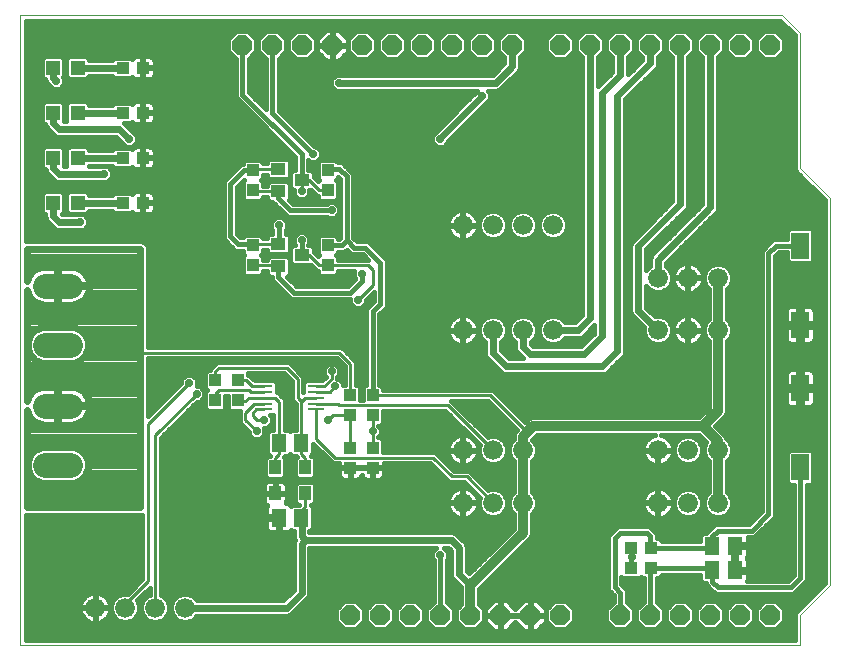
<source format=gtl>
G75*
%MOIN*%
%OFA0B0*%
%FSLAX25Y25*%
%IPPOS*%
%LPD*%
%AMOC8*
5,1,8,0,0,1.08239X$1,22.5*
%
%ADD10C,0.00000*%
%ADD11R,0.05118X0.05906*%
%ADD12R,0.03937X0.04724*%
%ADD13R,0.05600X0.01100*%
%ADD14C,0.06600*%
%ADD15R,0.04724X0.04724*%
%ADD16R,0.05000X0.03937*%
%ADD17R,0.03937X0.04331*%
%ADD18R,0.04331X0.03937*%
%ADD19OC8,0.06600*%
%ADD20C,0.08268*%
%ADD21R,0.05906X0.09055*%
%ADD22C,0.01600*%
%ADD23OC8,0.02420*%
%ADD24C,0.03200*%
%ADD25C,0.01000*%
%ADD26C,0.02400*%
D10*
X0049300Y0076800D02*
X0049300Y0286800D01*
X0303300Y0286800D01*
X0309300Y0280800D01*
X0309300Y0235800D01*
X0319300Y0225800D01*
X0319300Y0096800D01*
X0309300Y0086800D01*
X0309300Y0076800D01*
X0049300Y0076800D01*
D11*
X0135560Y0119300D03*
X0143040Y0119300D03*
X0143040Y0144300D03*
X0135560Y0144300D03*
X0279935Y0109925D03*
X0287415Y0109925D03*
X0287415Y0101800D03*
X0279935Y0101800D03*
D12*
X0144300Y0127469D03*
X0144300Y0136131D03*
X0134300Y0136131D03*
X0134300Y0127469D03*
D13*
X0130700Y0155400D03*
X0130700Y0157300D03*
X0130700Y0159300D03*
X0130700Y0161300D03*
X0130700Y0163200D03*
X0147900Y0163200D03*
X0147900Y0161300D03*
X0147900Y0159300D03*
X0147900Y0157300D03*
X0147900Y0155400D03*
D14*
X0196800Y0141800D03*
X0206800Y0141800D03*
X0216800Y0141800D03*
X0216800Y0124300D03*
X0206800Y0124300D03*
X0196800Y0124300D03*
X0196800Y0181800D03*
X0206800Y0181800D03*
X0216800Y0181800D03*
X0226800Y0181800D03*
X0261800Y0181800D03*
X0271800Y0181800D03*
X0281800Y0181800D03*
X0281800Y0199300D03*
X0271800Y0199300D03*
X0261800Y0199300D03*
X0226800Y0216800D03*
X0216800Y0216800D03*
X0206800Y0216800D03*
X0196800Y0216800D03*
X0261800Y0141800D03*
X0271800Y0141800D03*
X0281800Y0141800D03*
X0281800Y0124300D03*
X0271800Y0124300D03*
X0261800Y0124300D03*
X0104300Y0089300D03*
X0094300Y0089300D03*
X0084300Y0089300D03*
X0074300Y0089300D03*
D15*
X0068434Y0224300D03*
X0060166Y0224300D03*
X0060166Y0239300D03*
X0068434Y0239300D03*
X0068434Y0254300D03*
X0060166Y0254300D03*
X0060166Y0269300D03*
X0068434Y0269300D03*
D16*
X0135363Y0235540D03*
X0143237Y0231800D03*
X0135363Y0228060D03*
X0135363Y0210540D03*
X0135363Y0203060D03*
X0143237Y0206800D03*
D17*
X0151800Y0203454D03*
X0151800Y0210146D03*
X0151800Y0228454D03*
X0151800Y0235146D03*
X0126800Y0235146D03*
X0126800Y0228454D03*
X0126800Y0210146D03*
X0126800Y0203454D03*
X0121800Y0165146D03*
X0121800Y0158454D03*
X0114300Y0158454D03*
X0114300Y0165146D03*
X0159300Y0160146D03*
X0159300Y0153454D03*
X0166800Y0153454D03*
X0166800Y0160146D03*
X0166800Y0142646D03*
X0166800Y0135954D03*
X0159300Y0135954D03*
X0159300Y0142646D03*
D18*
X0252829Y0109300D03*
X0259521Y0109300D03*
X0259521Y0102425D03*
X0252829Y0102425D03*
X0090146Y0224300D03*
X0083454Y0224300D03*
X0083454Y0239300D03*
X0090146Y0239300D03*
X0090146Y0254300D03*
X0083454Y0254300D03*
X0083454Y0269300D03*
X0090146Y0269300D03*
D19*
X0123300Y0276800D03*
X0133300Y0276800D03*
X0143300Y0276800D03*
X0153300Y0276800D03*
X0163300Y0276800D03*
X0173300Y0276800D03*
X0183300Y0276800D03*
X0193300Y0276800D03*
X0203300Y0276800D03*
X0213300Y0276800D03*
X0229300Y0276800D03*
X0239300Y0276800D03*
X0249300Y0276800D03*
X0259300Y0276800D03*
X0269300Y0276800D03*
X0279300Y0276800D03*
X0289300Y0276800D03*
X0299300Y0276800D03*
X0299300Y0086800D03*
X0289300Y0086800D03*
X0279300Y0086800D03*
X0269300Y0086800D03*
X0259300Y0086800D03*
X0249300Y0086800D03*
X0229300Y0086800D03*
X0219300Y0086800D03*
X0209300Y0086800D03*
X0199300Y0086800D03*
X0189300Y0086800D03*
X0179300Y0086800D03*
X0169300Y0086800D03*
X0159300Y0086800D03*
D20*
X0065934Y0136957D02*
X0057666Y0136957D01*
X0057666Y0156643D02*
X0065934Y0156643D01*
X0065934Y0176957D02*
X0057666Y0176957D01*
X0057666Y0196643D02*
X0065934Y0196643D01*
D21*
X0309300Y0183611D03*
X0309300Y0162489D03*
X0309300Y0136111D03*
X0309300Y0209989D03*
D22*
X0301239Y0209989D01*
X0298675Y0207425D01*
X0298675Y0120550D01*
X0293050Y0114925D01*
X0281800Y0114925D01*
X0279935Y0113060D01*
X0279935Y0109925D01*
X0279310Y0109300D01*
X0259521Y0109300D01*
X0259300Y0109521D01*
X0259300Y0113050D01*
X0258050Y0114300D01*
X0249300Y0114300D01*
X0247425Y0112425D01*
X0247425Y0096175D01*
X0249300Y0094300D01*
X0249300Y0086800D01*
X0252341Y0083194D02*
X0256259Y0083194D01*
X0257353Y0082100D02*
X0261247Y0082100D01*
X0264000Y0084853D01*
X0264000Y0088747D01*
X0261500Y0091247D01*
X0261500Y0099056D01*
X0262267Y0099056D01*
X0263087Y0099877D01*
X0263087Y0100225D01*
X0275976Y0100225D01*
X0275976Y0098267D01*
X0276796Y0097447D01*
X0277735Y0097447D01*
X0277735Y0097129D01*
X0279600Y0095264D01*
X0280889Y0093975D01*
X0307086Y0093975D01*
X0308375Y0095264D01*
X0311500Y0098389D01*
X0311500Y0130183D01*
X0312833Y0130183D01*
X0313653Y0131004D01*
X0313653Y0141218D01*
X0312833Y0142039D01*
X0305767Y0142039D01*
X0304947Y0141218D01*
X0304947Y0131004D01*
X0305767Y0130183D01*
X0307100Y0130183D01*
X0307100Y0100211D01*
X0305264Y0098375D01*
X0291711Y0098375D01*
X0291774Y0098610D01*
X0291774Y0101320D01*
X0287895Y0101320D01*
X0287895Y0102280D01*
X0286936Y0102280D01*
X0286936Y0106553D01*
X0286936Y0109445D01*
X0287895Y0109445D01*
X0287895Y0102280D01*
X0291774Y0102280D01*
X0291774Y0104990D01*
X0291652Y0105448D01*
X0291415Y0105858D01*
X0291410Y0105862D01*
X0291415Y0105867D01*
X0291652Y0106277D01*
X0291774Y0106735D01*
X0291774Y0109445D01*
X0287895Y0109445D01*
X0287895Y0110405D01*
X0291774Y0110405D01*
X0291774Y0112725D01*
X0293961Y0112725D01*
X0299586Y0118350D01*
X0300875Y0119639D01*
X0300875Y0206514D01*
X0302150Y0207789D01*
X0304947Y0207789D01*
X0304947Y0204882D01*
X0305767Y0204061D01*
X0312833Y0204061D01*
X0313653Y0204882D01*
X0313653Y0215096D01*
X0312833Y0215917D01*
X0305767Y0215917D01*
X0304947Y0215096D01*
X0304947Y0212189D01*
X0300328Y0212189D01*
X0299039Y0210900D01*
X0296475Y0208336D01*
X0296475Y0121461D01*
X0292139Y0117125D01*
X0280889Y0117125D01*
X0279600Y0115836D01*
X0278041Y0114278D01*
X0276796Y0114278D01*
X0275976Y0113458D01*
X0275976Y0111500D01*
X0263087Y0111500D01*
X0263087Y0111848D01*
X0262267Y0112668D01*
X0261500Y0112668D01*
X0261500Y0113961D01*
X0260211Y0115250D01*
X0258961Y0116500D01*
X0248389Y0116500D01*
X0247100Y0115211D01*
X0245225Y0113336D01*
X0245225Y0095264D01*
X0246514Y0093975D01*
X0247100Y0093389D01*
X0247100Y0091247D01*
X0244600Y0088747D01*
X0244600Y0084853D01*
X0247353Y0082100D01*
X0251247Y0082100D01*
X0254000Y0084853D01*
X0254000Y0088747D01*
X0251500Y0091247D01*
X0251500Y0095211D01*
X0249625Y0097086D01*
X0249625Y0099515D01*
X0250083Y0099056D01*
X0255574Y0099056D01*
X0256175Y0099658D01*
X0256776Y0099056D01*
X0257100Y0099056D01*
X0257100Y0091247D01*
X0254600Y0088747D01*
X0254600Y0084853D01*
X0257353Y0082100D01*
X0254661Y0084793D02*
X0253939Y0084793D01*
X0254000Y0086391D02*
X0254600Y0086391D01*
X0254600Y0087990D02*
X0254000Y0087990D01*
X0253159Y0089588D02*
X0255441Y0089588D01*
X0257040Y0091187D02*
X0251560Y0091187D01*
X0251500Y0092785D02*
X0257100Y0092785D01*
X0257100Y0094384D02*
X0251500Y0094384D01*
X0250729Y0095982D02*
X0257100Y0095982D01*
X0257100Y0097581D02*
X0249625Y0097581D01*
X0249625Y0099179D02*
X0249961Y0099179D01*
X0252829Y0102425D02*
X0252829Y0106175D01*
X0253050Y0106175D01*
X0252829Y0106175D02*
X0252829Y0109300D01*
X0247053Y0115164D02*
X0219800Y0115164D01*
X0219800Y0113703D02*
X0219800Y0120653D01*
X0220784Y0121638D01*
X0221500Y0123365D01*
X0221500Y0125235D01*
X0220784Y0126962D01*
X0219800Y0127947D01*
X0219800Y0138153D01*
X0220784Y0139138D01*
X0221500Y0140865D01*
X0221500Y0142735D01*
X0220784Y0144462D01*
X0219995Y0145252D01*
X0219999Y0145257D01*
X0221543Y0146800D01*
X0260767Y0146800D01*
X0260606Y0146774D01*
X0259842Y0146526D01*
X0259127Y0146162D01*
X0258478Y0145690D01*
X0257910Y0145122D01*
X0257438Y0144473D01*
X0257074Y0143758D01*
X0256826Y0142994D01*
X0256700Y0142201D01*
X0256700Y0141984D01*
X0261616Y0141984D01*
X0261616Y0141616D01*
X0261984Y0141616D01*
X0261984Y0136700D01*
X0262201Y0136700D01*
X0262994Y0136826D01*
X0263758Y0137074D01*
X0264473Y0137438D01*
X0265122Y0137910D01*
X0265690Y0138478D01*
X0266162Y0139127D01*
X0266526Y0139842D01*
X0266774Y0140606D01*
X0266900Y0141399D01*
X0266900Y0141616D01*
X0261984Y0141616D01*
X0261984Y0141984D01*
X0266900Y0141984D01*
X0266900Y0142201D01*
X0266774Y0142994D01*
X0266526Y0143758D01*
X0266162Y0144473D01*
X0265690Y0145122D01*
X0265122Y0145690D01*
X0264473Y0146162D01*
X0263758Y0146526D01*
X0262994Y0146774D01*
X0262833Y0146800D01*
X0275557Y0146800D01*
X0277855Y0144502D01*
X0277816Y0144462D01*
X0277100Y0142735D01*
X0277100Y0140865D01*
X0277816Y0139138D01*
X0278800Y0138153D01*
X0278800Y0127947D01*
X0277816Y0126962D01*
X0277100Y0125235D01*
X0277100Y0123365D01*
X0277816Y0121638D01*
X0279138Y0120316D01*
X0280865Y0119600D01*
X0282735Y0119600D01*
X0284462Y0120316D01*
X0285784Y0121638D01*
X0286500Y0123365D01*
X0286500Y0125235D01*
X0285784Y0126962D01*
X0284800Y0127947D01*
X0284800Y0138153D01*
X0285784Y0139138D01*
X0286500Y0140865D01*
X0286500Y0142735D01*
X0285784Y0144462D01*
X0284765Y0145482D01*
X0284343Y0146499D01*
X0281043Y0149800D01*
X0284343Y0153101D01*
X0284800Y0154203D01*
X0284800Y0178153D01*
X0285784Y0179138D01*
X0286500Y0180865D01*
X0286500Y0182735D01*
X0285784Y0184462D01*
X0284800Y0185447D01*
X0284800Y0195653D01*
X0285784Y0196638D01*
X0286500Y0198365D01*
X0286500Y0200235D01*
X0285784Y0201962D01*
X0284462Y0203284D01*
X0282735Y0204000D01*
X0280865Y0204000D01*
X0279138Y0203284D01*
X0277816Y0201962D01*
X0277100Y0200235D01*
X0277100Y0198365D01*
X0277816Y0196638D01*
X0278800Y0195653D01*
X0278800Y0185447D01*
X0277816Y0184462D01*
X0277100Y0182735D01*
X0277100Y0180865D01*
X0277816Y0179138D01*
X0278800Y0178153D01*
X0278800Y0156043D01*
X0275557Y0152800D01*
X0219703Y0152800D01*
X0218601Y0152343D01*
X0217757Y0151499D01*
X0217522Y0151265D01*
X0206741Y0162046D01*
X0170168Y0162046D01*
X0170168Y0162892D01*
X0169348Y0163712D01*
X0169000Y0163712D01*
X0169000Y0187139D01*
X0170211Y0188350D01*
X0171500Y0189639D01*
X0171500Y0205211D01*
X0165211Y0211500D01*
X0161461Y0211500D01*
X0160250Y0212711D01*
X0160250Y0233961D01*
X0158961Y0235250D01*
X0157750Y0236461D01*
X0157750Y0236461D01*
X0156461Y0237750D01*
X0155168Y0237750D01*
X0155168Y0237892D01*
X0154348Y0238712D01*
X0149252Y0238712D01*
X0148431Y0237892D01*
X0148431Y0232401D01*
X0149033Y0231800D01*
X0148635Y0231402D01*
X0147450Y0232587D01*
X0147137Y0232900D01*
X0147137Y0234348D01*
X0146317Y0235168D01*
X0145250Y0235168D01*
X0145250Y0238409D01*
X0145719Y0237940D01*
X0147881Y0237940D01*
X0149410Y0239469D01*
X0149410Y0241631D01*
X0147881Y0243160D01*
X0147301Y0243160D01*
X0135500Y0254961D01*
X0135500Y0272353D01*
X0138000Y0274853D01*
X0138000Y0278747D01*
X0135247Y0281500D01*
X0131353Y0281500D01*
X0128600Y0278747D01*
X0128600Y0274853D01*
X0131100Y0272353D01*
X0131100Y0255611D01*
X0125500Y0261211D01*
X0125500Y0272353D01*
X0128000Y0274853D01*
X0128000Y0278747D01*
X0125247Y0281500D01*
X0121353Y0281500D01*
X0118600Y0278747D01*
X0118600Y0274853D01*
X0121100Y0272353D01*
X0121100Y0259389D01*
X0140850Y0239639D01*
X0140850Y0235168D01*
X0140157Y0235168D01*
X0139337Y0234348D01*
X0139337Y0229252D01*
X0140157Y0228431D01*
X0140440Y0228431D01*
X0140440Y0226969D01*
X0141969Y0225440D01*
X0144131Y0225440D01*
X0145660Y0226969D01*
X0145660Y0228431D01*
X0146231Y0228431D01*
X0148109Y0226554D01*
X0148431Y0226554D01*
X0148431Y0225708D01*
X0149252Y0224888D01*
X0154348Y0224888D01*
X0155168Y0225708D01*
X0155168Y0231199D01*
X0154567Y0231800D01*
X0155168Y0232401D01*
X0155168Y0232820D01*
X0155850Y0232139D01*
X0155850Y0212711D01*
X0155485Y0212346D01*
X0155168Y0212346D01*
X0155168Y0212892D01*
X0154348Y0213712D01*
X0149252Y0213712D01*
X0148431Y0212892D01*
X0148431Y0207401D01*
X0149033Y0206800D01*
X0148635Y0206402D01*
X0147450Y0207587D01*
X0147137Y0207900D01*
X0147137Y0209348D01*
X0146317Y0210168D01*
X0145250Y0210168D01*
X0145250Y0210309D01*
X0145660Y0210719D01*
X0145660Y0212881D01*
X0144131Y0214410D01*
X0141969Y0214410D01*
X0140440Y0212881D01*
X0140440Y0210719D01*
X0140850Y0210309D01*
X0140850Y0210168D01*
X0140157Y0210168D01*
X0139337Y0209348D01*
X0139337Y0204252D01*
X0140157Y0203431D01*
X0146232Y0203431D01*
X0148109Y0201554D01*
X0148431Y0201554D01*
X0148431Y0200708D01*
X0149252Y0199888D01*
X0154348Y0199888D01*
X0155168Y0200708D01*
X0155168Y0201554D01*
X0160440Y0201554D01*
X0160440Y0199469D01*
X0160850Y0199059D01*
X0160850Y0198961D01*
X0158389Y0196500D01*
X0141461Y0196500D01*
X0138270Y0199691D01*
X0138443Y0199691D01*
X0139263Y0200511D01*
X0139263Y0205608D01*
X0138443Y0206428D01*
X0132283Y0206428D01*
X0131463Y0205608D01*
X0131463Y0205354D01*
X0130168Y0205354D01*
X0130168Y0206199D01*
X0129567Y0206800D01*
X0130168Y0207401D01*
X0130168Y0208640D01*
X0131463Y0208640D01*
X0131463Y0207992D01*
X0132283Y0207172D01*
X0138443Y0207172D01*
X0139263Y0207992D01*
X0139263Y0213089D01*
X0138443Y0213909D01*
X0137750Y0213909D01*
X0137750Y0215309D01*
X0138160Y0215719D01*
X0138160Y0217881D01*
X0136631Y0219410D01*
X0134469Y0219410D01*
X0132940Y0217881D01*
X0132940Y0215719D01*
X0133350Y0215309D01*
X0133350Y0213909D01*
X0132283Y0213909D01*
X0131463Y0213089D01*
X0131463Y0212440D01*
X0130168Y0212440D01*
X0130168Y0212892D01*
X0129348Y0213712D01*
X0124252Y0213712D01*
X0123431Y0212892D01*
X0123431Y0212750D01*
X0122711Y0212750D01*
X0121500Y0213961D01*
X0121500Y0229639D01*
X0123847Y0231986D01*
X0124033Y0231800D01*
X0123431Y0231199D01*
X0123431Y0225708D01*
X0124252Y0224888D01*
X0129348Y0224888D01*
X0130168Y0225708D01*
X0130168Y0226160D01*
X0131463Y0226160D01*
X0131463Y0225511D01*
X0132283Y0224691D01*
X0133297Y0224691D01*
X0137100Y0220889D01*
X0138389Y0219600D01*
X0151559Y0219600D01*
X0151969Y0219190D01*
X0154131Y0219190D01*
X0155660Y0220719D01*
X0155660Y0222881D01*
X0154131Y0224410D01*
X0151969Y0224410D01*
X0151559Y0224000D01*
X0140211Y0224000D01*
X0138981Y0225230D01*
X0139263Y0225511D01*
X0139263Y0230608D01*
X0138443Y0231428D01*
X0132283Y0231428D01*
X0131463Y0230608D01*
X0131463Y0229960D01*
X0130168Y0229960D01*
X0130168Y0231199D01*
X0129567Y0231800D01*
X0130168Y0232401D01*
X0130168Y0233640D01*
X0131463Y0233640D01*
X0131463Y0232992D01*
X0132283Y0232172D01*
X0138443Y0232172D01*
X0139263Y0232992D01*
X0139263Y0238089D01*
X0138443Y0238909D01*
X0132283Y0238909D01*
X0131463Y0238089D01*
X0131463Y0237440D01*
X0130168Y0237440D01*
X0130168Y0237892D01*
X0129348Y0238712D01*
X0124252Y0238712D01*
X0123431Y0237892D01*
X0123431Y0237346D01*
X0122985Y0237346D01*
X0118389Y0232750D01*
X0117100Y0231461D01*
X0117100Y0212139D01*
X0119600Y0209639D01*
X0120889Y0208350D01*
X0123431Y0208350D01*
X0123431Y0207401D01*
X0124033Y0206800D01*
X0123431Y0206199D01*
X0123431Y0200708D01*
X0124252Y0199888D01*
X0129348Y0199888D01*
X0130168Y0200708D01*
X0130168Y0201554D01*
X0131463Y0201554D01*
X0131463Y0200511D01*
X0132283Y0199691D01*
X0133163Y0199691D01*
X0133163Y0198576D01*
X0134452Y0197287D01*
X0139639Y0192100D01*
X0159190Y0192100D01*
X0159190Y0190719D01*
X0160719Y0189190D01*
X0162881Y0189190D01*
X0164410Y0190719D01*
X0164410Y0191723D01*
X0167100Y0194413D01*
X0167100Y0191461D01*
X0164600Y0188961D01*
X0164600Y0163712D01*
X0164252Y0163712D01*
X0163431Y0162892D01*
X0163431Y0158700D01*
X0162668Y0158700D01*
X0162668Y0162892D01*
X0161848Y0163712D01*
X0161200Y0163712D01*
X0161200Y0171337D01*
X0157450Y0175087D01*
X0156337Y0176200D01*
X0091900Y0176200D01*
X0091900Y0209317D01*
X0091504Y0210273D01*
X0090773Y0211004D01*
X0089817Y0211400D01*
X0051100Y0211400D01*
X0051100Y0285000D01*
X0302554Y0285000D01*
X0307500Y0280054D01*
X0307500Y0235054D01*
X0308554Y0234000D01*
X0317500Y0225054D01*
X0317500Y0097546D01*
X0307500Y0087546D01*
X0307500Y0078600D01*
X0051100Y0078600D01*
X0051100Y0120200D01*
X0089817Y0120200D01*
X0089900Y0120234D01*
X0089900Y0098837D01*
X0085063Y0094000D01*
X0083365Y0094000D01*
X0081638Y0093284D01*
X0080316Y0091962D01*
X0079600Y0090235D01*
X0079600Y0088365D01*
X0080316Y0086638D01*
X0081638Y0085316D01*
X0083365Y0084600D01*
X0085235Y0084600D01*
X0086962Y0085316D01*
X0088284Y0086638D01*
X0089000Y0088365D01*
X0089000Y0090235D01*
X0088318Y0091881D01*
X0092400Y0095963D01*
X0092400Y0093600D01*
X0091638Y0093284D01*
X0090316Y0091962D01*
X0089600Y0090235D01*
X0089600Y0088365D01*
X0090316Y0086638D01*
X0091638Y0085316D01*
X0093365Y0084600D01*
X0095235Y0084600D01*
X0096962Y0085316D01*
X0098284Y0086638D01*
X0099000Y0088365D01*
X0099000Y0090235D01*
X0098284Y0091962D01*
X0096962Y0093284D01*
X0096200Y0093600D01*
X0096200Y0146013D01*
X0108127Y0157940D01*
X0109131Y0157940D01*
X0110660Y0159469D01*
X0110660Y0161631D01*
X0109131Y0163160D01*
X0108102Y0163160D01*
X0108160Y0163219D01*
X0108160Y0165381D01*
X0106631Y0166910D01*
X0104469Y0166910D01*
X0102940Y0165381D01*
X0102940Y0164377D01*
X0091900Y0153337D01*
X0091900Y0172400D01*
X0154763Y0172400D01*
X0157400Y0169763D01*
X0157400Y0163712D01*
X0156910Y0163712D01*
X0156910Y0164131D01*
X0155381Y0165660D01*
X0154950Y0165660D01*
X0154950Y0166259D01*
X0155660Y0166969D01*
X0155660Y0169131D01*
X0154131Y0170660D01*
X0151969Y0170660D01*
X0150440Y0169131D01*
X0150440Y0166969D01*
X0151111Y0166298D01*
X0149963Y0165150D01*
X0144520Y0165150D01*
X0143700Y0164330D01*
X0143700Y0161200D01*
X0143700Y0166337D01*
X0139950Y0170087D01*
X0138837Y0171200D01*
X0114763Y0171200D01*
X0113513Y0169950D01*
X0112400Y0168837D01*
X0112400Y0168712D01*
X0111752Y0168712D01*
X0110931Y0167892D01*
X0110931Y0162401D01*
X0111533Y0161800D01*
X0110931Y0161199D01*
X0110931Y0155708D01*
X0111752Y0154888D01*
X0116848Y0154888D01*
X0117668Y0155708D01*
X0117668Y0159900D01*
X0118431Y0159900D01*
X0118431Y0155708D01*
X0119252Y0154888D01*
X0122400Y0154888D01*
X0122400Y0151013D01*
X0123513Y0149900D01*
X0125440Y0147973D01*
X0125440Y0146969D01*
X0126969Y0145440D01*
X0129131Y0145440D01*
X0130660Y0146969D01*
X0130660Y0149131D01*
X0130602Y0149190D01*
X0131631Y0149190D01*
X0133160Y0150719D01*
X0133160Y0152881D01*
X0132591Y0153450D01*
X0133660Y0153450D01*
X0133660Y0148653D01*
X0132421Y0148653D01*
X0131601Y0147833D01*
X0131601Y0140767D01*
X0132400Y0139968D01*
X0132400Y0139893D01*
X0131752Y0139893D01*
X0130931Y0139073D01*
X0130931Y0133189D01*
X0131752Y0132369D01*
X0136848Y0132369D01*
X0137668Y0133189D01*
X0137668Y0139073D01*
X0137214Y0139527D01*
X0137460Y0139773D01*
X0137460Y0139947D01*
X0138699Y0139947D01*
X0139300Y0140548D01*
X0139901Y0139947D01*
X0141140Y0139947D01*
X0141140Y0139773D01*
X0141386Y0139527D01*
X0140931Y0139073D01*
X0140931Y0133189D01*
X0141752Y0132369D01*
X0146848Y0132369D01*
X0147668Y0133189D01*
X0147668Y0139073D01*
X0146848Y0139893D01*
X0146200Y0139893D01*
X0146200Y0139968D01*
X0146999Y0140767D01*
X0146999Y0143914D01*
X0152400Y0138513D01*
X0153513Y0137400D01*
X0155531Y0137400D01*
X0155531Y0136138D01*
X0159116Y0136138D01*
X0159116Y0135769D01*
X0159484Y0135769D01*
X0159484Y0131988D01*
X0161505Y0131988D01*
X0161963Y0132111D01*
X0162374Y0132348D01*
X0162709Y0132683D01*
X0162946Y0133093D01*
X0163050Y0133482D01*
X0163154Y0133093D01*
X0163391Y0132683D01*
X0163726Y0132348D01*
X0164137Y0132111D01*
X0164595Y0131988D01*
X0166616Y0131988D01*
X0166616Y0135769D01*
X0166984Y0135769D01*
X0166984Y0131988D01*
X0169005Y0131988D01*
X0169463Y0132111D01*
X0169874Y0132348D01*
X0170209Y0132683D01*
X0170446Y0133093D01*
X0170568Y0133551D01*
X0170568Y0135769D01*
X0166984Y0135769D01*
X0166984Y0136138D01*
X0170568Y0136138D01*
X0170568Y0137400D01*
X0186013Y0137400D01*
X0191150Y0132263D01*
X0192263Y0131150D01*
X0197263Y0131150D01*
X0202416Y0125997D01*
X0202100Y0125235D01*
X0202100Y0123365D01*
X0202816Y0121638D01*
X0204138Y0120316D01*
X0205865Y0119600D01*
X0207735Y0119600D01*
X0209462Y0120316D01*
X0210784Y0121638D01*
X0211500Y0123365D01*
X0211500Y0125235D01*
X0210784Y0126962D01*
X0209462Y0128284D01*
X0207735Y0129000D01*
X0205865Y0129000D01*
X0205103Y0128684D01*
X0198837Y0134950D01*
X0193837Y0134950D01*
X0187587Y0141200D01*
X0170168Y0141200D01*
X0170168Y0145392D01*
X0169348Y0146212D01*
X0168700Y0146212D01*
X0168700Y0146259D01*
X0169410Y0146969D01*
X0169410Y0149131D01*
X0168700Y0149841D01*
X0168700Y0149888D01*
X0169348Y0149888D01*
X0170168Y0150708D01*
X0170168Y0154900D01*
X0191013Y0154900D01*
X0202416Y0143497D01*
X0202100Y0142735D01*
X0202100Y0140865D01*
X0202816Y0139138D01*
X0204138Y0137816D01*
X0205865Y0137100D01*
X0207735Y0137100D01*
X0209462Y0137816D01*
X0210784Y0139138D01*
X0211500Y0140865D01*
X0211500Y0142735D01*
X0210784Y0144462D01*
X0209462Y0145784D01*
X0207735Y0146500D01*
X0205865Y0146500D01*
X0205103Y0146184D01*
X0193041Y0158246D01*
X0205167Y0158246D01*
X0214835Y0148578D01*
X0214257Y0147999D01*
X0213800Y0146897D01*
X0213800Y0145447D01*
X0212816Y0144462D01*
X0212100Y0142735D01*
X0212100Y0140865D01*
X0212816Y0139138D01*
X0213800Y0138153D01*
X0213800Y0127947D01*
X0212816Y0126962D01*
X0212100Y0125235D01*
X0212100Y0123365D01*
X0212816Y0121638D01*
X0213800Y0120653D01*
X0213800Y0115543D01*
X0199017Y0100760D01*
X0198150Y0101627D01*
X0198150Y0109817D01*
X0197754Y0110773D01*
X0195254Y0113273D01*
X0194523Y0114004D01*
X0193567Y0114400D01*
X0145650Y0114400D01*
X0145650Y0114947D01*
X0146179Y0114947D01*
X0146999Y0115767D01*
X0146999Y0122833D01*
X0146200Y0123632D01*
X0146200Y0123707D01*
X0146848Y0123707D01*
X0147668Y0124527D01*
X0147668Y0130411D01*
X0146848Y0131231D01*
X0141752Y0131231D01*
X0140931Y0130411D01*
X0140931Y0124527D01*
X0141752Y0123707D01*
X0142270Y0123707D01*
X0142263Y0123700D01*
X0142216Y0123653D01*
X0139901Y0123653D01*
X0139577Y0123328D01*
X0139559Y0123358D01*
X0139224Y0123693D01*
X0138814Y0123930D01*
X0138356Y0124053D01*
X0137738Y0124053D01*
X0137946Y0124412D01*
X0138068Y0124870D01*
X0138068Y0127285D01*
X0134484Y0127285D01*
X0134484Y0127654D01*
X0134116Y0127654D01*
X0134116Y0131631D01*
X0132095Y0131631D01*
X0131637Y0131509D01*
X0131226Y0131272D01*
X0130891Y0130937D01*
X0130654Y0130526D01*
X0130531Y0130068D01*
X0130531Y0127654D01*
X0134116Y0127654D01*
X0134116Y0127285D01*
X0130531Y0127285D01*
X0130531Y0124870D01*
X0130654Y0124412D01*
X0130891Y0124002D01*
X0131226Y0123667D01*
X0131634Y0123431D01*
X0131560Y0123358D01*
X0131323Y0122948D01*
X0131201Y0122490D01*
X0131201Y0119780D01*
X0135080Y0119780D01*
X0135080Y0118820D01*
X0136039Y0118820D01*
X0136039Y0114547D01*
X0138356Y0114547D01*
X0138814Y0114670D01*
X0139224Y0114907D01*
X0139559Y0115242D01*
X0139577Y0115272D01*
X0139901Y0114947D01*
X0140450Y0114947D01*
X0140450Y0112533D01*
X0140754Y0111800D01*
X0140450Y0111067D01*
X0140450Y0095377D01*
X0136973Y0091900D01*
X0108310Y0091900D01*
X0108284Y0091962D01*
X0106962Y0093284D01*
X0105235Y0094000D01*
X0103365Y0094000D01*
X0101638Y0093284D01*
X0100316Y0091962D01*
X0099600Y0090235D01*
X0099600Y0088365D01*
X0100316Y0086638D01*
X0101638Y0085316D01*
X0103365Y0084600D01*
X0105235Y0084600D01*
X0106962Y0085316D01*
X0108284Y0086638D01*
X0108310Y0086700D01*
X0138567Y0086700D01*
X0139523Y0087096D01*
X0144523Y0092096D01*
X0145254Y0092827D01*
X0145650Y0093783D01*
X0145650Y0109200D01*
X0188009Y0109200D01*
X0186690Y0107881D01*
X0186690Y0105719D01*
X0187100Y0105309D01*
X0187100Y0091247D01*
X0184600Y0088747D01*
X0184600Y0084853D01*
X0187353Y0082100D01*
X0191247Y0082100D01*
X0194000Y0084853D01*
X0194000Y0088747D01*
X0191500Y0091247D01*
X0191500Y0105309D01*
X0191910Y0105719D01*
X0191910Y0107881D01*
X0190591Y0109200D01*
X0191973Y0109200D01*
X0192950Y0108223D01*
X0192950Y0100033D01*
X0193346Y0099077D01*
X0194077Y0098346D01*
X0196300Y0096123D01*
X0196300Y0090447D01*
X0194600Y0088747D01*
X0194600Y0084853D01*
X0197353Y0082100D01*
X0201247Y0082100D01*
X0204000Y0084853D01*
X0204000Y0088747D01*
X0202300Y0090447D01*
X0202300Y0095557D01*
X0219343Y0112601D01*
X0219800Y0113703D01*
X0219743Y0113566D02*
X0245454Y0113566D01*
X0245225Y0111967D02*
X0218710Y0111967D01*
X0217111Y0110369D02*
X0245225Y0110369D01*
X0245225Y0108770D02*
X0215513Y0108770D01*
X0213914Y0107172D02*
X0245225Y0107172D01*
X0245225Y0105573D02*
X0212316Y0105573D01*
X0210717Y0103975D02*
X0245225Y0103975D01*
X0245225Y0102376D02*
X0209119Y0102376D01*
X0207520Y0100778D02*
X0245225Y0100778D01*
X0245225Y0099179D02*
X0205922Y0099179D01*
X0204323Y0097581D02*
X0245225Y0097581D01*
X0245225Y0095982D02*
X0202725Y0095982D01*
X0202300Y0094384D02*
X0246105Y0094384D01*
X0247100Y0092785D02*
X0202300Y0092785D01*
X0202300Y0091187D02*
X0206474Y0091187D01*
X0207188Y0091900D02*
X0204200Y0088912D01*
X0204200Y0086984D01*
X0209116Y0086984D01*
X0209116Y0086616D01*
X0209484Y0086616D01*
X0209484Y0081700D01*
X0211412Y0081700D01*
X0214300Y0084588D01*
X0217188Y0081700D01*
X0219116Y0081700D01*
X0219116Y0086616D01*
X0219484Y0086616D01*
X0219484Y0081700D01*
X0221412Y0081700D01*
X0224400Y0084688D01*
X0224400Y0086616D01*
X0219484Y0086616D01*
X0219484Y0086984D01*
X0219116Y0086984D01*
X0219116Y0086616D01*
X0209484Y0086616D01*
X0209484Y0086984D01*
X0209116Y0086984D01*
X0209116Y0091900D01*
X0207188Y0091900D01*
X0209116Y0091187D02*
X0209484Y0091187D01*
X0209484Y0091900D02*
X0209484Y0086984D01*
X0214400Y0086984D01*
X0219116Y0086984D01*
X0219116Y0091900D01*
X0217188Y0091900D01*
X0214300Y0089012D01*
X0211412Y0091900D01*
X0209484Y0091900D01*
X0209484Y0089588D02*
X0209116Y0089588D01*
X0209116Y0087990D02*
X0209484Y0087990D01*
X0209116Y0086616D02*
X0204200Y0086616D01*
X0204200Y0084688D01*
X0207188Y0081700D01*
X0209116Y0081700D01*
X0209116Y0086616D01*
X0209116Y0086391D02*
X0209484Y0086391D01*
X0209484Y0084793D02*
X0209116Y0084793D01*
X0209116Y0083194D02*
X0209484Y0083194D01*
X0212907Y0083194D02*
X0215693Y0083194D01*
X0219116Y0083194D02*
X0219484Y0083194D01*
X0219484Y0084793D02*
X0219116Y0084793D01*
X0219116Y0086391D02*
X0219484Y0086391D01*
X0219484Y0086984D02*
X0224400Y0086984D01*
X0224400Y0088912D01*
X0221412Y0091900D01*
X0219484Y0091900D01*
X0219484Y0086984D01*
X0219484Y0087990D02*
X0219116Y0087990D01*
X0219116Y0089588D02*
X0219484Y0089588D01*
X0219484Y0091187D02*
X0219116Y0091187D01*
X0216474Y0091187D02*
X0212126Y0091187D01*
X0213724Y0089588D02*
X0214876Y0089588D01*
X0222126Y0091187D02*
X0227040Y0091187D01*
X0227353Y0091500D02*
X0224600Y0088747D01*
X0224600Y0084853D01*
X0227353Y0082100D01*
X0231247Y0082100D01*
X0234000Y0084853D01*
X0234000Y0088747D01*
X0231247Y0091500D01*
X0227353Y0091500D01*
X0225441Y0089588D02*
X0223724Y0089588D01*
X0224400Y0087990D02*
X0224600Y0087990D01*
X0224600Y0086391D02*
X0224400Y0086391D01*
X0224400Y0084793D02*
X0224661Y0084793D01*
X0226259Y0083194D02*
X0222907Y0083194D01*
X0232341Y0083194D02*
X0246259Y0083194D01*
X0244661Y0084793D02*
X0233939Y0084793D01*
X0234000Y0086391D02*
X0244600Y0086391D01*
X0244600Y0087990D02*
X0234000Y0087990D01*
X0233159Y0089588D02*
X0245441Y0089588D01*
X0247040Y0091187D02*
X0231560Y0091187D01*
X0255696Y0099179D02*
X0256654Y0099179D01*
X0259300Y0102204D02*
X0259521Y0102425D01*
X0279310Y0102425D01*
X0279935Y0101800D01*
X0279935Y0098040D01*
X0281800Y0096175D01*
X0306175Y0096175D01*
X0309300Y0099300D01*
X0309300Y0136111D01*
X0313653Y0135945D02*
X0317500Y0135945D01*
X0317500Y0137543D02*
X0313653Y0137543D01*
X0313653Y0139142D02*
X0317500Y0139142D01*
X0317500Y0140740D02*
X0313653Y0140740D01*
X0317500Y0142339D02*
X0300875Y0142339D01*
X0300875Y0143937D02*
X0317500Y0143937D01*
X0317500Y0145536D02*
X0300875Y0145536D01*
X0300875Y0147134D02*
X0317500Y0147134D01*
X0317500Y0148733D02*
X0300875Y0148733D01*
X0300875Y0150332D02*
X0317500Y0150332D01*
X0317500Y0151930D02*
X0300875Y0151930D01*
X0300875Y0153529D02*
X0317500Y0153529D01*
X0317500Y0155127D02*
X0300875Y0155127D01*
X0300875Y0156726D02*
X0305038Y0156726D01*
X0304907Y0156856D02*
X0305242Y0156521D01*
X0305652Y0156284D01*
X0306110Y0156161D01*
X0308624Y0156161D01*
X0308624Y0161813D01*
X0309976Y0161813D01*
X0309976Y0156161D01*
X0312490Y0156161D01*
X0312948Y0156284D01*
X0313358Y0156521D01*
X0313693Y0156856D01*
X0313930Y0157267D01*
X0314053Y0157724D01*
X0314053Y0161813D01*
X0309976Y0161813D01*
X0309976Y0163165D01*
X0308624Y0163165D01*
X0308624Y0161813D01*
X0304547Y0161813D01*
X0304547Y0157724D01*
X0304670Y0157267D01*
X0304907Y0156856D01*
X0304547Y0158324D02*
X0300875Y0158324D01*
X0300875Y0159923D02*
X0304547Y0159923D01*
X0304547Y0161521D02*
X0300875Y0161521D01*
X0300875Y0163120D02*
X0308624Y0163120D01*
X0308624Y0163165D02*
X0304547Y0163165D01*
X0304547Y0167254D01*
X0304670Y0167711D01*
X0304907Y0168122D01*
X0305242Y0168457D01*
X0305652Y0168694D01*
X0306110Y0168817D01*
X0308624Y0168817D01*
X0308624Y0163165D01*
X0309976Y0163165D02*
X0309976Y0168817D01*
X0312490Y0168817D01*
X0312948Y0168694D01*
X0313358Y0168457D01*
X0313693Y0168122D01*
X0313930Y0167711D01*
X0314053Y0167254D01*
X0314053Y0163165D01*
X0309976Y0163165D01*
X0309976Y0163120D02*
X0317500Y0163120D01*
X0317500Y0164718D02*
X0314053Y0164718D01*
X0314053Y0166317D02*
X0317500Y0166317D01*
X0317500Y0167915D02*
X0313812Y0167915D01*
X0309976Y0167915D02*
X0308624Y0167915D01*
X0308624Y0166317D02*
X0309976Y0166317D01*
X0309976Y0164718D02*
X0308624Y0164718D01*
X0308624Y0161521D02*
X0309976Y0161521D01*
X0309976Y0159923D02*
X0308624Y0159923D01*
X0308624Y0158324D02*
X0309976Y0158324D01*
X0309976Y0156726D02*
X0308624Y0156726D01*
X0313562Y0156726D02*
X0317500Y0156726D01*
X0317500Y0158324D02*
X0314053Y0158324D01*
X0314053Y0159923D02*
X0317500Y0159923D01*
X0317500Y0161521D02*
X0314053Y0161521D01*
X0317500Y0169514D02*
X0300875Y0169514D01*
X0300875Y0171112D02*
X0317500Y0171112D01*
X0317500Y0172711D02*
X0300875Y0172711D01*
X0300875Y0174309D02*
X0317500Y0174309D01*
X0317500Y0175908D02*
X0300875Y0175908D01*
X0300875Y0177506D02*
X0305479Y0177506D01*
X0305652Y0177406D02*
X0306110Y0177283D01*
X0308624Y0177283D01*
X0308624Y0182935D01*
X0309976Y0182935D01*
X0309976Y0177283D01*
X0312490Y0177283D01*
X0312948Y0177406D01*
X0313358Y0177643D01*
X0313693Y0177978D01*
X0313930Y0178389D01*
X0314053Y0178846D01*
X0314053Y0182935D01*
X0309976Y0182935D01*
X0309976Y0184287D01*
X0308624Y0184287D01*
X0308624Y0182935D01*
X0304547Y0182935D01*
X0304547Y0178846D01*
X0304670Y0178389D01*
X0304907Y0177978D01*
X0305242Y0177643D01*
X0305652Y0177406D01*
X0304547Y0179105D02*
X0300875Y0179105D01*
X0300875Y0180703D02*
X0304547Y0180703D01*
X0304547Y0182302D02*
X0300875Y0182302D01*
X0300875Y0183900D02*
X0308624Y0183900D01*
X0308624Y0184287D02*
X0304547Y0184287D01*
X0304547Y0188376D01*
X0304670Y0188833D01*
X0304907Y0189244D01*
X0305242Y0189579D01*
X0305652Y0189816D01*
X0306110Y0189939D01*
X0308624Y0189939D01*
X0308624Y0184287D01*
X0308624Y0185499D02*
X0309976Y0185499D01*
X0309976Y0184287D02*
X0309976Y0189939D01*
X0312490Y0189939D01*
X0312948Y0189816D01*
X0313358Y0189579D01*
X0313693Y0189244D01*
X0313930Y0188833D01*
X0314053Y0188376D01*
X0314053Y0184287D01*
X0309976Y0184287D01*
X0309976Y0183900D02*
X0317500Y0183900D01*
X0317500Y0182302D02*
X0314053Y0182302D01*
X0314053Y0180703D02*
X0317500Y0180703D01*
X0317500Y0179105D02*
X0314053Y0179105D01*
X0313121Y0177506D02*
X0317500Y0177506D01*
X0309976Y0177506D02*
X0308624Y0177506D01*
X0308624Y0179105D02*
X0309976Y0179105D01*
X0309976Y0180703D02*
X0308624Y0180703D01*
X0308624Y0182302D02*
X0309976Y0182302D01*
X0314053Y0185499D02*
X0317500Y0185499D01*
X0317500Y0187097D02*
X0314053Y0187097D01*
X0313967Y0188696D02*
X0317500Y0188696D01*
X0317500Y0190294D02*
X0300875Y0190294D01*
X0300875Y0188696D02*
X0304633Y0188696D01*
X0304547Y0187097D02*
X0300875Y0187097D01*
X0300875Y0185499D02*
X0304547Y0185499D01*
X0308624Y0187097D02*
X0309976Y0187097D01*
X0309976Y0188696D02*
X0308624Y0188696D01*
X0300875Y0191893D02*
X0317500Y0191893D01*
X0317500Y0193491D02*
X0300875Y0193491D01*
X0300875Y0195090D02*
X0317500Y0195090D01*
X0317500Y0196688D02*
X0300875Y0196688D01*
X0300875Y0198287D02*
X0317500Y0198287D01*
X0317500Y0199885D02*
X0300875Y0199885D01*
X0300875Y0201484D02*
X0317500Y0201484D01*
X0317500Y0203082D02*
X0300875Y0203082D01*
X0300875Y0204681D02*
X0305148Y0204681D01*
X0304947Y0206279D02*
X0300875Y0206279D01*
X0296475Y0206279D02*
X0266456Y0206279D01*
X0264858Y0204681D02*
X0296475Y0204681D01*
X0296475Y0203082D02*
X0284664Y0203082D01*
X0285983Y0201484D02*
X0296475Y0201484D01*
X0296475Y0199885D02*
X0286500Y0199885D01*
X0286468Y0198287D02*
X0296475Y0198287D01*
X0296475Y0196688D02*
X0285805Y0196688D01*
X0284800Y0195090D02*
X0296475Y0195090D01*
X0296475Y0193491D02*
X0284800Y0193491D01*
X0284800Y0191893D02*
X0296475Y0191893D01*
X0296475Y0190294D02*
X0284800Y0190294D01*
X0284800Y0188696D02*
X0296475Y0188696D01*
X0296475Y0187097D02*
X0284800Y0187097D01*
X0284800Y0185499D02*
X0296475Y0185499D01*
X0296475Y0183900D02*
X0286017Y0183900D01*
X0286500Y0182302D02*
X0296475Y0182302D01*
X0296475Y0180703D02*
X0286433Y0180703D01*
X0285752Y0179105D02*
X0296475Y0179105D01*
X0296475Y0177506D02*
X0284800Y0177506D01*
X0284800Y0175908D02*
X0296475Y0175908D01*
X0296475Y0174309D02*
X0284800Y0174309D01*
X0284800Y0172711D02*
X0296475Y0172711D01*
X0296475Y0171112D02*
X0284800Y0171112D01*
X0284800Y0169514D02*
X0296475Y0169514D01*
X0296475Y0167915D02*
X0284800Y0167915D01*
X0284800Y0166317D02*
X0296475Y0166317D01*
X0296475Y0164718D02*
X0284800Y0164718D01*
X0284800Y0163120D02*
X0296475Y0163120D01*
X0296475Y0161521D02*
X0284800Y0161521D01*
X0284800Y0159923D02*
X0296475Y0159923D01*
X0296475Y0158324D02*
X0284800Y0158324D01*
X0284800Y0156726D02*
X0296475Y0156726D01*
X0296475Y0155127D02*
X0284800Y0155127D01*
X0284521Y0153529D02*
X0296475Y0153529D01*
X0296475Y0151930D02*
X0283173Y0151930D01*
X0281574Y0150332D02*
X0296475Y0150332D01*
X0296475Y0148733D02*
X0282110Y0148733D01*
X0283708Y0147134D02*
X0296475Y0147134D01*
X0296475Y0145536D02*
X0284742Y0145536D01*
X0286002Y0143937D02*
X0296475Y0143937D01*
X0296475Y0142339D02*
X0286500Y0142339D01*
X0286448Y0140740D02*
X0296475Y0140740D01*
X0296475Y0139142D02*
X0285786Y0139142D01*
X0284800Y0137543D02*
X0296475Y0137543D01*
X0296475Y0135945D02*
X0284800Y0135945D01*
X0284800Y0134346D02*
X0296475Y0134346D01*
X0296475Y0132748D02*
X0284800Y0132748D01*
X0284800Y0131149D02*
X0296475Y0131149D01*
X0296475Y0129551D02*
X0284800Y0129551D01*
X0284800Y0127952D02*
X0296475Y0127952D01*
X0296475Y0126354D02*
X0286037Y0126354D01*
X0286500Y0124755D02*
X0296475Y0124755D01*
X0296475Y0123157D02*
X0286414Y0123157D01*
X0285705Y0121558D02*
X0296475Y0121558D01*
X0294974Y0119960D02*
X0283604Y0119960D01*
X0279996Y0119960D02*
X0273604Y0119960D01*
X0274462Y0120316D02*
X0275784Y0121638D01*
X0276500Y0123365D01*
X0276500Y0125235D01*
X0275784Y0126962D01*
X0274462Y0128284D01*
X0272735Y0129000D01*
X0270865Y0129000D01*
X0269138Y0128284D01*
X0267816Y0126962D01*
X0267100Y0125235D01*
X0267100Y0123365D01*
X0267816Y0121638D01*
X0269138Y0120316D01*
X0270865Y0119600D01*
X0272735Y0119600D01*
X0274462Y0120316D01*
X0275705Y0121558D02*
X0277895Y0121558D01*
X0277186Y0123157D02*
X0276414Y0123157D01*
X0276500Y0124755D02*
X0277100Y0124755D01*
X0277563Y0126354D02*
X0276037Y0126354D01*
X0274794Y0127952D02*
X0278800Y0127952D01*
X0278800Y0129551D02*
X0219800Y0129551D01*
X0219800Y0131149D02*
X0278800Y0131149D01*
X0278800Y0132748D02*
X0219800Y0132748D01*
X0219800Y0134346D02*
X0278800Y0134346D01*
X0278800Y0135945D02*
X0219800Y0135945D01*
X0219800Y0137543D02*
X0258982Y0137543D01*
X0259127Y0137438D02*
X0259842Y0137074D01*
X0260606Y0136826D01*
X0261399Y0136700D01*
X0261616Y0136700D01*
X0261616Y0141616D01*
X0256700Y0141616D01*
X0256700Y0141399D01*
X0256826Y0140606D01*
X0257074Y0139842D01*
X0257438Y0139127D01*
X0257910Y0138478D01*
X0258478Y0137910D01*
X0259127Y0137438D01*
X0257430Y0139142D02*
X0220786Y0139142D01*
X0221448Y0140740D02*
X0256804Y0140740D01*
X0256722Y0142339D02*
X0221500Y0142339D01*
X0221002Y0143937D02*
X0257165Y0143937D01*
X0258324Y0145536D02*
X0220279Y0145536D01*
X0214680Y0148733D02*
X0202554Y0148733D01*
X0204152Y0147134D02*
X0213898Y0147134D01*
X0213800Y0145536D02*
X0209711Y0145536D01*
X0211002Y0143937D02*
X0212598Y0143937D01*
X0212100Y0142339D02*
X0211500Y0142339D01*
X0211448Y0140740D02*
X0212152Y0140740D01*
X0212814Y0139142D02*
X0210786Y0139142D01*
X0208805Y0137543D02*
X0213800Y0137543D01*
X0213800Y0135945D02*
X0192842Y0135945D01*
X0193982Y0137543D02*
X0191244Y0137543D01*
X0192910Y0138478D02*
X0193478Y0137910D01*
X0194127Y0137438D01*
X0194842Y0137074D01*
X0195606Y0136826D01*
X0196399Y0136700D01*
X0196616Y0136700D01*
X0196616Y0141616D01*
X0191700Y0141616D01*
X0191700Y0141399D01*
X0191826Y0140606D01*
X0192074Y0139842D01*
X0192438Y0139127D01*
X0192910Y0138478D01*
X0192430Y0139142D02*
X0189645Y0139142D01*
X0188047Y0140740D02*
X0191804Y0140740D01*
X0191700Y0141984D02*
X0196616Y0141984D01*
X0196616Y0141616D01*
X0196984Y0141616D01*
X0196984Y0136700D01*
X0197201Y0136700D01*
X0197994Y0136826D01*
X0198758Y0137074D01*
X0199473Y0137438D01*
X0200122Y0137910D01*
X0200690Y0138478D01*
X0201162Y0139127D01*
X0201526Y0139842D01*
X0201774Y0140606D01*
X0201900Y0141399D01*
X0201900Y0141616D01*
X0196984Y0141616D01*
X0196984Y0141984D01*
X0196616Y0141984D01*
X0196616Y0146900D01*
X0196399Y0146900D01*
X0195606Y0146774D01*
X0194842Y0146526D01*
X0194127Y0146162D01*
X0193478Y0145690D01*
X0192910Y0145122D01*
X0192438Y0144473D01*
X0192074Y0143758D01*
X0191826Y0142994D01*
X0191700Y0142201D01*
X0191700Y0141984D01*
X0191722Y0142339D02*
X0170168Y0142339D01*
X0170168Y0143937D02*
X0192165Y0143937D01*
X0193324Y0145536D02*
X0170024Y0145536D01*
X0169410Y0147134D02*
X0198778Y0147134D01*
X0198758Y0146526D02*
X0197994Y0146774D01*
X0197201Y0146900D01*
X0196984Y0146900D01*
X0196984Y0141984D01*
X0201900Y0141984D01*
X0201900Y0142201D01*
X0201774Y0142994D01*
X0201526Y0143758D01*
X0201162Y0144473D01*
X0200690Y0145122D01*
X0200122Y0145690D01*
X0199473Y0146162D01*
X0198758Y0146526D01*
X0200276Y0145536D02*
X0200377Y0145536D01*
X0201435Y0143937D02*
X0201976Y0143937D01*
X0201878Y0142339D02*
X0202100Y0142339D01*
X0202152Y0140740D02*
X0201796Y0140740D01*
X0201170Y0139142D02*
X0202814Y0139142D01*
X0204795Y0137543D02*
X0199618Y0137543D01*
X0196984Y0137543D02*
X0196616Y0137543D01*
X0196616Y0139142D02*
X0196984Y0139142D01*
X0196984Y0140740D02*
X0196616Y0140740D01*
X0196616Y0142339D02*
X0196984Y0142339D01*
X0196984Y0143937D02*
X0196616Y0143937D01*
X0196616Y0145536D02*
X0196984Y0145536D01*
X0197180Y0148733D02*
X0169410Y0148733D01*
X0169792Y0150332D02*
X0195581Y0150332D01*
X0193983Y0151930D02*
X0170168Y0151930D01*
X0170168Y0153529D02*
X0192384Y0153529D01*
X0194561Y0156726D02*
X0206687Y0156726D01*
X0208286Y0155127D02*
X0196160Y0155127D01*
X0197758Y0153529D02*
X0209884Y0153529D01*
X0211483Y0151930D02*
X0199357Y0151930D01*
X0200955Y0150332D02*
X0213081Y0150332D01*
X0215258Y0153529D02*
X0276286Y0153529D01*
X0277884Y0155127D02*
X0213660Y0155127D01*
X0212061Y0156726D02*
X0278800Y0156726D01*
X0278800Y0158324D02*
X0210463Y0158324D01*
X0208864Y0159923D02*
X0278800Y0159923D01*
X0278800Y0161521D02*
X0207266Y0161521D01*
X0209827Y0167596D02*
X0210783Y0167200D01*
X0243817Y0167200D01*
X0244773Y0167596D01*
X0245504Y0168327D01*
X0250504Y0173327D01*
X0250900Y0174283D01*
X0250900Y0258723D01*
X0261504Y0269327D01*
X0261900Y0270283D01*
X0261900Y0272753D01*
X0264000Y0274853D01*
X0264000Y0278747D01*
X0261247Y0281500D01*
X0257353Y0281500D01*
X0254600Y0278747D01*
X0254600Y0274853D01*
X0256700Y0272753D01*
X0256700Y0271877D01*
X0251900Y0267077D01*
X0251900Y0272753D01*
X0254000Y0274853D01*
X0254000Y0278747D01*
X0251247Y0281500D01*
X0247353Y0281500D01*
X0244600Y0278747D01*
X0244600Y0274853D01*
X0246700Y0272753D01*
X0246700Y0267877D01*
X0241900Y0263077D01*
X0241900Y0272753D01*
X0244000Y0274853D01*
X0244000Y0278747D01*
X0241247Y0281500D01*
X0237353Y0281500D01*
X0234600Y0278747D01*
X0234600Y0274853D01*
X0236700Y0272753D01*
X0236700Y0186877D01*
X0234223Y0184400D01*
X0230810Y0184400D01*
X0230784Y0184462D01*
X0229462Y0185784D01*
X0227735Y0186500D01*
X0225865Y0186500D01*
X0224138Y0185784D01*
X0222816Y0184462D01*
X0222100Y0182735D01*
X0222100Y0180865D01*
X0222816Y0179138D01*
X0224138Y0177816D01*
X0225865Y0177100D01*
X0227735Y0177100D01*
X0229462Y0177816D01*
X0230784Y0179138D01*
X0230810Y0179200D01*
X0235817Y0179200D01*
X0236773Y0179596D01*
X0237504Y0180327D01*
X0240700Y0183523D01*
X0240700Y0180877D01*
X0236223Y0176400D01*
X0220377Y0176400D01*
X0219400Y0177377D01*
X0219400Y0177790D01*
X0219462Y0177816D01*
X0220784Y0179138D01*
X0221500Y0180865D01*
X0221500Y0182735D01*
X0220784Y0184462D01*
X0219462Y0185784D01*
X0217735Y0186500D01*
X0215865Y0186500D01*
X0214138Y0185784D01*
X0212816Y0184462D01*
X0212100Y0182735D01*
X0212100Y0180865D01*
X0212816Y0179138D01*
X0214138Y0177816D01*
X0214200Y0177790D01*
X0214200Y0175783D01*
X0214596Y0174827D01*
X0217023Y0172400D01*
X0212377Y0172400D01*
X0209400Y0175377D01*
X0209400Y0177790D01*
X0209462Y0177816D01*
X0210784Y0179138D01*
X0211500Y0180865D01*
X0211500Y0182735D01*
X0210784Y0184462D01*
X0209462Y0185784D01*
X0207735Y0186500D01*
X0205865Y0186500D01*
X0204138Y0185784D01*
X0202816Y0184462D01*
X0202100Y0182735D01*
X0202100Y0180865D01*
X0202816Y0179138D01*
X0204138Y0177816D01*
X0204200Y0177790D01*
X0204200Y0173783D01*
X0204596Y0172827D01*
X0209096Y0168327D01*
X0209827Y0167596D01*
X0209508Y0167915D02*
X0169000Y0167915D01*
X0169000Y0166317D02*
X0278800Y0166317D01*
X0278800Y0167915D02*
X0245092Y0167915D01*
X0246691Y0169514D02*
X0278800Y0169514D01*
X0278800Y0171112D02*
X0248289Y0171112D01*
X0249888Y0172711D02*
X0278800Y0172711D01*
X0278800Y0174309D02*
X0250900Y0174309D01*
X0250900Y0175908D02*
X0278800Y0175908D01*
X0278800Y0177506D02*
X0274567Y0177506D01*
X0274473Y0177438D02*
X0275122Y0177910D01*
X0275690Y0178478D01*
X0276162Y0179127D01*
X0276526Y0179842D01*
X0276774Y0180606D01*
X0276900Y0181399D01*
X0276900Y0181616D01*
X0271984Y0181616D01*
X0271984Y0176700D01*
X0272201Y0176700D01*
X0272994Y0176826D01*
X0273758Y0177074D01*
X0274473Y0177438D01*
X0276146Y0179105D02*
X0277848Y0179105D01*
X0277167Y0180703D02*
X0276790Y0180703D01*
X0276900Y0181984D02*
X0276900Y0182201D01*
X0276774Y0182994D01*
X0276526Y0183758D01*
X0276162Y0184473D01*
X0275690Y0185122D01*
X0275122Y0185690D01*
X0274473Y0186162D01*
X0273758Y0186526D01*
X0272994Y0186774D01*
X0272201Y0186900D01*
X0271984Y0186900D01*
X0271984Y0181984D01*
X0271616Y0181984D01*
X0271616Y0181616D01*
X0266700Y0181616D01*
X0266700Y0181399D01*
X0266826Y0180606D01*
X0267074Y0179842D01*
X0267438Y0179127D01*
X0267910Y0178478D01*
X0268478Y0177910D01*
X0269127Y0177438D01*
X0269842Y0177074D01*
X0270606Y0176826D01*
X0271399Y0176700D01*
X0271616Y0176700D01*
X0271616Y0181616D01*
X0271984Y0181616D01*
X0271984Y0181984D01*
X0276900Y0181984D01*
X0276884Y0182302D02*
X0277100Y0182302D01*
X0277583Y0183900D02*
X0276454Y0183900D01*
X0275314Y0185499D02*
X0278800Y0185499D01*
X0278800Y0187097D02*
X0260180Y0187097D01*
X0260803Y0186474D02*
X0257900Y0189377D01*
X0257900Y0196553D01*
X0259138Y0195316D01*
X0260865Y0194600D01*
X0262735Y0194600D01*
X0264462Y0195316D01*
X0265784Y0196638D01*
X0266500Y0198365D01*
X0266500Y0200235D01*
X0265784Y0201962D01*
X0264462Y0203284D01*
X0264400Y0203310D01*
X0264400Y0204223D01*
X0281504Y0221327D01*
X0281900Y0222283D01*
X0281900Y0272753D01*
X0284000Y0274853D01*
X0284000Y0278747D01*
X0281247Y0281500D01*
X0277353Y0281500D01*
X0274600Y0278747D01*
X0274600Y0274853D01*
X0276700Y0272753D01*
X0276700Y0223877D01*
X0259596Y0206773D01*
X0259200Y0205817D01*
X0259200Y0203310D01*
X0259138Y0203284D01*
X0257900Y0202047D01*
X0257900Y0208723D01*
X0271504Y0222327D01*
X0271900Y0223283D01*
X0271900Y0272753D01*
X0274000Y0274853D01*
X0274000Y0278747D01*
X0271247Y0281500D01*
X0267353Y0281500D01*
X0264600Y0278747D01*
X0264600Y0274853D01*
X0266700Y0272753D01*
X0266700Y0224877D01*
X0253827Y0212004D01*
X0253096Y0211273D01*
X0252700Y0210317D01*
X0252700Y0187783D01*
X0253096Y0186827D01*
X0257126Y0182797D01*
X0257100Y0182735D01*
X0257100Y0180865D01*
X0257816Y0179138D01*
X0259138Y0177816D01*
X0260865Y0177100D01*
X0262735Y0177100D01*
X0264462Y0177816D01*
X0265784Y0179138D01*
X0266500Y0180865D01*
X0266500Y0182735D01*
X0265784Y0184462D01*
X0264462Y0185784D01*
X0262735Y0186500D01*
X0260865Y0186500D01*
X0260803Y0186474D01*
X0258581Y0188696D02*
X0278800Y0188696D01*
X0278800Y0190294D02*
X0257900Y0190294D01*
X0257900Y0191893D02*
X0278800Y0191893D01*
X0278800Y0193491D02*
X0257900Y0193491D01*
X0257900Y0195090D02*
X0259683Y0195090D01*
X0263917Y0195090D02*
X0268918Y0195090D01*
X0269127Y0194938D02*
X0269842Y0194574D01*
X0270606Y0194326D01*
X0271399Y0194200D01*
X0271616Y0194200D01*
X0271616Y0199116D01*
X0266700Y0199116D01*
X0266700Y0198899D01*
X0266826Y0198106D01*
X0267074Y0197342D01*
X0267438Y0196627D01*
X0267910Y0195978D01*
X0268478Y0195410D01*
X0269127Y0194938D01*
X0267407Y0196688D02*
X0265805Y0196688D01*
X0266468Y0198287D02*
X0266797Y0198287D01*
X0266700Y0199484D02*
X0271616Y0199484D01*
X0271616Y0199116D01*
X0271984Y0199116D01*
X0271984Y0194200D01*
X0272201Y0194200D01*
X0272994Y0194326D01*
X0273758Y0194574D01*
X0274473Y0194938D01*
X0275122Y0195410D01*
X0275690Y0195978D01*
X0276162Y0196627D01*
X0276526Y0197342D01*
X0276774Y0198106D01*
X0276900Y0198899D01*
X0276900Y0199116D01*
X0271984Y0199116D01*
X0271984Y0199484D01*
X0271616Y0199484D01*
X0271616Y0204400D01*
X0271399Y0204400D01*
X0270606Y0204274D01*
X0269842Y0204026D01*
X0269127Y0203662D01*
X0268478Y0203190D01*
X0267910Y0202622D01*
X0267438Y0201973D01*
X0267074Y0201258D01*
X0266826Y0200494D01*
X0266700Y0199701D01*
X0266700Y0199484D01*
X0266729Y0199885D02*
X0266500Y0199885D01*
X0265983Y0201484D02*
X0267189Y0201484D01*
X0268370Y0203082D02*
X0264664Y0203082D01*
X0259200Y0204681D02*
X0257900Y0204681D01*
X0257900Y0206279D02*
X0259391Y0206279D01*
X0260701Y0207878D02*
X0257900Y0207878D01*
X0258653Y0209476D02*
X0262299Y0209476D01*
X0263898Y0211075D02*
X0260252Y0211075D01*
X0261850Y0212673D02*
X0265497Y0212673D01*
X0267095Y0214272D02*
X0263449Y0214272D01*
X0265047Y0215870D02*
X0268694Y0215870D01*
X0270292Y0217469D02*
X0266646Y0217469D01*
X0268244Y0219068D02*
X0271891Y0219068D01*
X0273489Y0220666D02*
X0269843Y0220666D01*
X0271441Y0222265D02*
X0275088Y0222265D01*
X0276686Y0223863D02*
X0271900Y0223863D01*
X0271900Y0225462D02*
X0276700Y0225462D01*
X0276700Y0227060D02*
X0271900Y0227060D01*
X0271900Y0228659D02*
X0276700Y0228659D01*
X0276700Y0230257D02*
X0271900Y0230257D01*
X0271900Y0231856D02*
X0276700Y0231856D01*
X0276700Y0233454D02*
X0271900Y0233454D01*
X0271900Y0235053D02*
X0276700Y0235053D01*
X0276700Y0236651D02*
X0271900Y0236651D01*
X0271900Y0238250D02*
X0276700Y0238250D01*
X0276700Y0239848D02*
X0271900Y0239848D01*
X0271900Y0241447D02*
X0276700Y0241447D01*
X0276700Y0243045D02*
X0271900Y0243045D01*
X0271900Y0244644D02*
X0276700Y0244644D01*
X0276700Y0246242D02*
X0271900Y0246242D01*
X0271900Y0247841D02*
X0276700Y0247841D01*
X0276700Y0249439D02*
X0271900Y0249439D01*
X0271900Y0251038D02*
X0276700Y0251038D01*
X0276700Y0252636D02*
X0271900Y0252636D01*
X0271900Y0254235D02*
X0276700Y0254235D01*
X0276700Y0255833D02*
X0271900Y0255833D01*
X0271900Y0257432D02*
X0276700Y0257432D01*
X0276700Y0259030D02*
X0271900Y0259030D01*
X0271900Y0260629D02*
X0276700Y0260629D01*
X0276700Y0262227D02*
X0271900Y0262227D01*
X0271900Y0263826D02*
X0276700Y0263826D01*
X0276700Y0265424D02*
X0271900Y0265424D01*
X0271900Y0267023D02*
X0276700Y0267023D01*
X0276700Y0268621D02*
X0271900Y0268621D01*
X0271900Y0270220D02*
X0276700Y0270220D01*
X0276700Y0271818D02*
X0271900Y0271818D01*
X0272564Y0273417D02*
X0276036Y0273417D01*
X0274600Y0275015D02*
X0274000Y0275015D01*
X0274000Y0276614D02*
X0274600Y0276614D01*
X0274600Y0278212D02*
X0274000Y0278212D01*
X0272936Y0279811D02*
X0275664Y0279811D01*
X0277263Y0281409D02*
X0271337Y0281409D01*
X0267263Y0281409D02*
X0261337Y0281409D01*
X0262936Y0279811D02*
X0265664Y0279811D01*
X0264600Y0278212D02*
X0264000Y0278212D01*
X0264000Y0276614D02*
X0264600Y0276614D01*
X0264600Y0275015D02*
X0264000Y0275015D01*
X0262564Y0273417D02*
X0266036Y0273417D01*
X0266700Y0271818D02*
X0261900Y0271818D01*
X0261874Y0270220D02*
X0266700Y0270220D01*
X0266700Y0268621D02*
X0260798Y0268621D01*
X0259200Y0267023D02*
X0266700Y0267023D01*
X0266700Y0265424D02*
X0257601Y0265424D01*
X0256003Y0263826D02*
X0266700Y0263826D01*
X0266700Y0262227D02*
X0254404Y0262227D01*
X0252806Y0260629D02*
X0266700Y0260629D01*
X0266700Y0259030D02*
X0251207Y0259030D01*
X0250900Y0257432D02*
X0266700Y0257432D01*
X0266700Y0255833D02*
X0250900Y0255833D01*
X0250900Y0254235D02*
X0266700Y0254235D01*
X0266700Y0252636D02*
X0250900Y0252636D01*
X0250900Y0251038D02*
X0266700Y0251038D01*
X0266700Y0249439D02*
X0250900Y0249439D01*
X0250900Y0247841D02*
X0266700Y0247841D01*
X0266700Y0246242D02*
X0250900Y0246242D01*
X0250900Y0244644D02*
X0266700Y0244644D01*
X0266700Y0243045D02*
X0250900Y0243045D01*
X0250900Y0241447D02*
X0266700Y0241447D01*
X0266700Y0239848D02*
X0250900Y0239848D01*
X0250900Y0238250D02*
X0266700Y0238250D01*
X0266700Y0236651D02*
X0250900Y0236651D01*
X0250900Y0235053D02*
X0266700Y0235053D01*
X0266700Y0233454D02*
X0250900Y0233454D01*
X0250900Y0231856D02*
X0266700Y0231856D01*
X0266700Y0230257D02*
X0250900Y0230257D01*
X0250900Y0228659D02*
X0266700Y0228659D01*
X0266700Y0227060D02*
X0250900Y0227060D01*
X0250900Y0225462D02*
X0266700Y0225462D01*
X0265686Y0223863D02*
X0250900Y0223863D01*
X0250900Y0222265D02*
X0264088Y0222265D01*
X0262489Y0220666D02*
X0250900Y0220666D01*
X0250900Y0219068D02*
X0260891Y0219068D01*
X0259292Y0217469D02*
X0250900Y0217469D01*
X0250900Y0215870D02*
X0257694Y0215870D01*
X0256095Y0214272D02*
X0250900Y0214272D01*
X0250900Y0212673D02*
X0254497Y0212673D01*
X0253014Y0211075D02*
X0250900Y0211075D01*
X0250900Y0209476D02*
X0252700Y0209476D01*
X0252700Y0207878D02*
X0250900Y0207878D01*
X0250900Y0206279D02*
X0252700Y0206279D01*
X0252700Y0204681D02*
X0250900Y0204681D01*
X0250900Y0203082D02*
X0252700Y0203082D01*
X0252700Y0201484D02*
X0250900Y0201484D01*
X0250900Y0199885D02*
X0252700Y0199885D01*
X0252700Y0198287D02*
X0250900Y0198287D01*
X0250900Y0196688D02*
X0252700Y0196688D01*
X0252700Y0195090D02*
X0250900Y0195090D01*
X0250900Y0193491D02*
X0252700Y0193491D01*
X0252700Y0191893D02*
X0250900Y0191893D01*
X0250900Y0190294D02*
X0252700Y0190294D01*
X0252700Y0188696D02*
X0250900Y0188696D01*
X0250900Y0187097D02*
X0252984Y0187097D01*
X0254424Y0185499D02*
X0250900Y0185499D01*
X0250900Y0183900D02*
X0256023Y0183900D01*
X0257100Y0182302D02*
X0250900Y0182302D01*
X0250900Y0180703D02*
X0257167Y0180703D01*
X0257848Y0179105D02*
X0250900Y0179105D01*
X0250900Y0177506D02*
X0259884Y0177506D01*
X0263716Y0177506D02*
X0269033Y0177506D01*
X0267454Y0179105D02*
X0265752Y0179105D01*
X0266433Y0180703D02*
X0266810Y0180703D01*
X0266700Y0181984D02*
X0271616Y0181984D01*
X0271616Y0186900D01*
X0271399Y0186900D01*
X0270606Y0186774D01*
X0269842Y0186526D01*
X0269127Y0186162D01*
X0268478Y0185690D01*
X0267910Y0185122D01*
X0267438Y0184473D01*
X0267074Y0183758D01*
X0266826Y0182994D01*
X0266700Y0182201D01*
X0266700Y0181984D01*
X0266716Y0182302D02*
X0266500Y0182302D01*
X0266017Y0183900D02*
X0267146Y0183900D01*
X0268286Y0185499D02*
X0264748Y0185499D01*
X0271616Y0185499D02*
X0271984Y0185499D01*
X0271984Y0183900D02*
X0271616Y0183900D01*
X0271616Y0182302D02*
X0271984Y0182302D01*
X0271984Y0180703D02*
X0271616Y0180703D01*
X0271616Y0179105D02*
X0271984Y0179105D01*
X0271984Y0177506D02*
X0271616Y0177506D01*
X0278800Y0164718D02*
X0169000Y0164718D01*
X0169941Y0163120D02*
X0278800Y0163120D01*
X0272735Y0146500D02*
X0270865Y0146500D01*
X0269138Y0145784D01*
X0267816Y0144462D01*
X0267100Y0142735D01*
X0267100Y0140865D01*
X0267816Y0139138D01*
X0269138Y0137816D01*
X0270865Y0137100D01*
X0272735Y0137100D01*
X0274462Y0137816D01*
X0275784Y0139138D01*
X0276500Y0140865D01*
X0276500Y0142735D01*
X0275784Y0144462D01*
X0274462Y0145784D01*
X0272735Y0146500D01*
X0274711Y0145536D02*
X0276821Y0145536D01*
X0277598Y0143937D02*
X0276002Y0143937D01*
X0276500Y0142339D02*
X0277100Y0142339D01*
X0277152Y0140740D02*
X0276448Y0140740D01*
X0275786Y0139142D02*
X0277814Y0139142D01*
X0278800Y0137543D02*
X0273805Y0137543D01*
X0269795Y0137543D02*
X0264618Y0137543D01*
X0266170Y0139142D02*
X0267814Y0139142D01*
X0267152Y0140740D02*
X0266796Y0140740D01*
X0266878Y0142339D02*
X0267100Y0142339D01*
X0267598Y0143937D02*
X0266435Y0143937D01*
X0265276Y0145536D02*
X0268889Y0145536D01*
X0261984Y0140740D02*
X0261616Y0140740D01*
X0261616Y0139142D02*
X0261984Y0139142D01*
X0261984Y0137543D02*
X0261616Y0137543D01*
X0261616Y0129400D02*
X0261399Y0129400D01*
X0260606Y0129274D01*
X0259842Y0129026D01*
X0259127Y0128662D01*
X0258478Y0128190D01*
X0257910Y0127622D01*
X0257438Y0126973D01*
X0257074Y0126258D01*
X0256826Y0125494D01*
X0256700Y0124701D01*
X0256700Y0124484D01*
X0261616Y0124484D01*
X0261616Y0124116D01*
X0256700Y0124116D01*
X0256700Y0123899D01*
X0256826Y0123106D01*
X0257074Y0122342D01*
X0257438Y0121627D01*
X0257910Y0120978D01*
X0258478Y0120410D01*
X0259127Y0119938D01*
X0259842Y0119574D01*
X0260606Y0119326D01*
X0261399Y0119200D01*
X0261616Y0119200D01*
X0261616Y0124116D01*
X0261984Y0124116D01*
X0261984Y0119200D01*
X0262201Y0119200D01*
X0262994Y0119326D01*
X0263758Y0119574D01*
X0264473Y0119938D01*
X0265122Y0120410D01*
X0265690Y0120978D01*
X0266162Y0121627D01*
X0266526Y0122342D01*
X0266774Y0123106D01*
X0266900Y0123899D01*
X0266900Y0124116D01*
X0261984Y0124116D01*
X0261984Y0124484D01*
X0261616Y0124484D01*
X0261616Y0129400D01*
X0261984Y0129400D02*
X0261984Y0124484D01*
X0266900Y0124484D01*
X0266900Y0124701D01*
X0266774Y0125494D01*
X0266526Y0126258D01*
X0266162Y0126973D01*
X0265690Y0127622D01*
X0265122Y0128190D01*
X0264473Y0128662D01*
X0263758Y0129026D01*
X0262994Y0129274D01*
X0262201Y0129400D01*
X0261984Y0129400D01*
X0261984Y0127952D02*
X0261616Y0127952D01*
X0261616Y0126354D02*
X0261984Y0126354D01*
X0261984Y0124755D02*
X0261616Y0124755D01*
X0261616Y0123157D02*
X0261984Y0123157D01*
X0261984Y0121558D02*
X0261616Y0121558D01*
X0261616Y0119960D02*
X0261984Y0119960D01*
X0264503Y0119960D02*
X0269996Y0119960D01*
X0267895Y0121558D02*
X0266112Y0121558D01*
X0266782Y0123157D02*
X0267186Y0123157D01*
X0267100Y0124755D02*
X0266891Y0124755D01*
X0266477Y0126354D02*
X0267563Y0126354D01*
X0268806Y0127952D02*
X0265360Y0127952D01*
X0258240Y0127952D02*
X0219800Y0127952D01*
X0221037Y0126354D02*
X0257123Y0126354D01*
X0256709Y0124755D02*
X0221500Y0124755D01*
X0221414Y0123157D02*
X0256817Y0123157D01*
X0257488Y0121558D02*
X0220705Y0121558D01*
X0219800Y0119960D02*
X0259097Y0119960D01*
X0260297Y0115164D02*
X0278928Y0115164D01*
X0280527Y0116763D02*
X0219800Y0116763D01*
X0219800Y0118361D02*
X0293375Y0118361D01*
X0296401Y0115164D02*
X0307100Y0115164D01*
X0307100Y0113566D02*
X0294802Y0113566D01*
X0291774Y0111967D02*
X0307100Y0111967D01*
X0307100Y0110369D02*
X0287895Y0110369D01*
X0287895Y0108770D02*
X0286936Y0108770D01*
X0286936Y0107172D02*
X0287895Y0107172D01*
X0287895Y0105573D02*
X0286936Y0105573D01*
X0286936Y0103975D02*
X0287895Y0103975D01*
X0287895Y0102376D02*
X0286936Y0102376D01*
X0291774Y0102376D02*
X0307100Y0102376D01*
X0307100Y0100778D02*
X0291774Y0100778D01*
X0291774Y0099179D02*
X0306068Y0099179D01*
X0309093Y0095982D02*
X0315937Y0095982D01*
X0317500Y0097581D02*
X0310692Y0097581D01*
X0311500Y0099179D02*
X0317500Y0099179D01*
X0317500Y0100778D02*
X0311500Y0100778D01*
X0311500Y0102376D02*
X0317500Y0102376D01*
X0317500Y0103975D02*
X0311500Y0103975D01*
X0311500Y0105573D02*
X0317500Y0105573D01*
X0317500Y0107172D02*
X0311500Y0107172D01*
X0311500Y0108770D02*
X0317500Y0108770D01*
X0317500Y0110369D02*
X0311500Y0110369D01*
X0311500Y0111967D02*
X0317500Y0111967D01*
X0317500Y0113566D02*
X0311500Y0113566D01*
X0311500Y0115164D02*
X0317500Y0115164D01*
X0317500Y0116763D02*
X0311500Y0116763D01*
X0311500Y0118361D02*
X0317500Y0118361D01*
X0317500Y0119960D02*
X0311500Y0119960D01*
X0311500Y0121558D02*
X0317500Y0121558D01*
X0317500Y0123157D02*
X0311500Y0123157D01*
X0311500Y0124755D02*
X0317500Y0124755D01*
X0317500Y0126354D02*
X0311500Y0126354D01*
X0311500Y0127952D02*
X0317500Y0127952D01*
X0317500Y0129551D02*
X0311500Y0129551D01*
X0313653Y0131149D02*
X0317500Y0131149D01*
X0317500Y0132748D02*
X0313653Y0132748D01*
X0313653Y0134346D02*
X0317500Y0134346D01*
X0307100Y0129551D02*
X0300875Y0129551D01*
X0300875Y0131149D02*
X0304947Y0131149D01*
X0304947Y0132748D02*
X0300875Y0132748D01*
X0300875Y0134346D02*
X0304947Y0134346D01*
X0304947Y0135945D02*
X0300875Y0135945D01*
X0300875Y0137543D02*
X0304947Y0137543D01*
X0304947Y0139142D02*
X0300875Y0139142D01*
X0300875Y0140740D02*
X0304947Y0140740D01*
X0307100Y0127952D02*
X0300875Y0127952D01*
X0300875Y0126354D02*
X0307100Y0126354D01*
X0307100Y0124755D02*
X0300875Y0124755D01*
X0300875Y0123157D02*
X0307100Y0123157D01*
X0307100Y0121558D02*
X0300875Y0121558D01*
X0300875Y0119960D02*
X0307100Y0119960D01*
X0307100Y0118361D02*
X0299598Y0118361D01*
X0297999Y0116763D02*
X0307100Y0116763D01*
X0307100Y0108770D02*
X0291774Y0108770D01*
X0291774Y0107172D02*
X0307100Y0107172D01*
X0307100Y0105573D02*
X0291579Y0105573D01*
X0291774Y0103975D02*
X0307100Y0103975D01*
X0307495Y0094384D02*
X0314338Y0094384D01*
X0312740Y0092785D02*
X0261500Y0092785D01*
X0261500Y0094384D02*
X0280480Y0094384D01*
X0278882Y0095982D02*
X0261500Y0095982D01*
X0261500Y0097581D02*
X0276662Y0097581D01*
X0275976Y0099179D02*
X0262389Y0099179D01*
X0259300Y0102204D02*
X0259300Y0086800D01*
X0262341Y0083194D02*
X0266259Y0083194D01*
X0267353Y0082100D02*
X0271247Y0082100D01*
X0274000Y0084853D01*
X0274000Y0088747D01*
X0271247Y0091500D01*
X0267353Y0091500D01*
X0264600Y0088747D01*
X0264600Y0084853D01*
X0267353Y0082100D01*
X0264661Y0084793D02*
X0263939Y0084793D01*
X0264000Y0086391D02*
X0264600Y0086391D01*
X0264600Y0087990D02*
X0264000Y0087990D01*
X0263159Y0089588D02*
X0265441Y0089588D01*
X0267040Y0091187D02*
X0261560Y0091187D01*
X0271560Y0091187D02*
X0277040Y0091187D01*
X0277353Y0091500D02*
X0274600Y0088747D01*
X0274600Y0084853D01*
X0277353Y0082100D01*
X0281247Y0082100D01*
X0284000Y0084853D01*
X0284000Y0088747D01*
X0281247Y0091500D01*
X0277353Y0091500D01*
X0275441Y0089588D02*
X0273159Y0089588D01*
X0274000Y0087990D02*
X0274600Y0087990D01*
X0274600Y0086391D02*
X0274000Y0086391D01*
X0273939Y0084793D02*
X0274661Y0084793D01*
X0276259Y0083194D02*
X0272341Y0083194D01*
X0282341Y0083194D02*
X0286259Y0083194D01*
X0287353Y0082100D02*
X0291247Y0082100D01*
X0294000Y0084853D01*
X0294000Y0088747D01*
X0291247Y0091500D01*
X0287353Y0091500D01*
X0284600Y0088747D01*
X0284600Y0084853D01*
X0287353Y0082100D01*
X0284661Y0084793D02*
X0283939Y0084793D01*
X0284000Y0086391D02*
X0284600Y0086391D01*
X0284600Y0087990D02*
X0284000Y0087990D01*
X0283159Y0089588D02*
X0285441Y0089588D01*
X0287040Y0091187D02*
X0281560Y0091187D01*
X0291560Y0091187D02*
X0297040Y0091187D01*
X0297353Y0091500D02*
X0294600Y0088747D01*
X0294600Y0084853D01*
X0297353Y0082100D01*
X0301247Y0082100D01*
X0304000Y0084853D01*
X0304000Y0088747D01*
X0301247Y0091500D01*
X0297353Y0091500D01*
X0295441Y0089588D02*
X0293159Y0089588D01*
X0294000Y0087990D02*
X0294600Y0087990D01*
X0294600Y0086391D02*
X0294000Y0086391D01*
X0293939Y0084793D02*
X0294661Y0084793D01*
X0296259Y0083194D02*
X0292341Y0083194D01*
X0302341Y0083194D02*
X0307500Y0083194D01*
X0307500Y0081596D02*
X0051100Y0081596D01*
X0051100Y0083194D02*
X0156259Y0083194D01*
X0157353Y0082100D02*
X0161247Y0082100D01*
X0164000Y0084853D01*
X0164000Y0088747D01*
X0161247Y0091500D01*
X0157353Y0091500D01*
X0154600Y0088747D01*
X0154600Y0084853D01*
X0157353Y0082100D01*
X0154661Y0084793D02*
X0105700Y0084793D01*
X0102900Y0084793D02*
X0095700Y0084793D01*
X0092900Y0084793D02*
X0085700Y0084793D01*
X0082900Y0084793D02*
X0076687Y0084793D01*
X0076973Y0084938D02*
X0077622Y0085410D01*
X0078190Y0085978D01*
X0078662Y0086627D01*
X0079026Y0087342D01*
X0079274Y0088106D01*
X0079400Y0088899D01*
X0079400Y0089116D01*
X0074484Y0089116D01*
X0074484Y0084200D01*
X0074701Y0084200D01*
X0075494Y0084326D01*
X0076258Y0084574D01*
X0076973Y0084938D01*
X0078490Y0086391D02*
X0080562Y0086391D01*
X0079756Y0087990D02*
X0079237Y0087990D01*
X0079400Y0089484D02*
X0079400Y0089701D01*
X0079274Y0090494D01*
X0079026Y0091258D01*
X0078662Y0091973D01*
X0078190Y0092622D01*
X0077622Y0093190D01*
X0076973Y0093662D01*
X0076258Y0094026D01*
X0075494Y0094274D01*
X0074701Y0094400D01*
X0074484Y0094400D01*
X0074484Y0089484D01*
X0074116Y0089484D01*
X0074116Y0089116D01*
X0069200Y0089116D01*
X0069200Y0088899D01*
X0069326Y0088106D01*
X0069574Y0087342D01*
X0069938Y0086627D01*
X0070410Y0085978D01*
X0070978Y0085410D01*
X0071627Y0084938D01*
X0072342Y0084574D01*
X0073106Y0084326D01*
X0073899Y0084200D01*
X0074116Y0084200D01*
X0074116Y0089116D01*
X0074484Y0089116D01*
X0074484Y0089484D01*
X0079400Y0089484D01*
X0079400Y0089588D02*
X0079600Y0089588D01*
X0079994Y0091187D02*
X0079049Y0091187D01*
X0078027Y0092785D02*
X0081138Y0092785D01*
X0085447Y0094384D02*
X0074805Y0094384D01*
X0074484Y0094384D02*
X0074116Y0094384D01*
X0074116Y0094400D02*
X0073899Y0094400D01*
X0073106Y0094274D01*
X0072342Y0094026D01*
X0071627Y0093662D01*
X0070978Y0093190D01*
X0070410Y0092622D01*
X0069938Y0091973D01*
X0069574Y0091258D01*
X0069326Y0090494D01*
X0069200Y0089701D01*
X0069200Y0089484D01*
X0074116Y0089484D01*
X0074116Y0094400D01*
X0073795Y0094384D02*
X0051100Y0094384D01*
X0051100Y0095982D02*
X0087045Y0095982D01*
X0088644Y0097581D02*
X0051100Y0097581D01*
X0051100Y0099179D02*
X0089900Y0099179D01*
X0089900Y0100778D02*
X0051100Y0100778D01*
X0051100Y0102376D02*
X0089900Y0102376D01*
X0089900Y0103975D02*
X0051100Y0103975D01*
X0051100Y0105573D02*
X0089900Y0105573D01*
X0089900Y0107172D02*
X0051100Y0107172D01*
X0051100Y0108770D02*
X0089900Y0108770D01*
X0089900Y0110369D02*
X0051100Y0110369D01*
X0051100Y0111967D02*
X0089900Y0111967D01*
X0089900Y0113566D02*
X0051100Y0113566D01*
X0051100Y0115164D02*
X0089900Y0115164D01*
X0089900Y0116763D02*
X0051100Y0116763D01*
X0051100Y0118361D02*
X0089900Y0118361D01*
X0089900Y0119960D02*
X0051100Y0119960D01*
X0051100Y0092785D02*
X0070573Y0092785D01*
X0069551Y0091187D02*
X0051100Y0091187D01*
X0051100Y0089588D02*
X0069200Y0089588D01*
X0069363Y0087990D02*
X0051100Y0087990D01*
X0051100Y0086391D02*
X0070110Y0086391D01*
X0071913Y0084793D02*
X0051100Y0084793D01*
X0051100Y0079997D02*
X0307500Y0079997D01*
X0307500Y0084793D02*
X0303939Y0084793D01*
X0304000Y0086391D02*
X0307500Y0086391D01*
X0307944Y0087990D02*
X0304000Y0087990D01*
X0303159Y0089588D02*
X0309543Y0089588D01*
X0311141Y0091187D02*
X0301560Y0091187D01*
X0275976Y0111967D02*
X0262968Y0111967D01*
X0261500Y0113566D02*
X0276084Y0113566D01*
X0300875Y0164718D02*
X0304547Y0164718D01*
X0304547Y0166317D02*
X0300875Y0166317D01*
X0300875Y0167915D02*
X0304788Y0167915D01*
X0278800Y0195090D02*
X0274682Y0195090D01*
X0276193Y0196688D02*
X0277795Y0196688D01*
X0277132Y0198287D02*
X0276803Y0198287D01*
X0276900Y0199484D02*
X0276900Y0199701D01*
X0276774Y0200494D01*
X0276526Y0201258D01*
X0276162Y0201973D01*
X0275690Y0202622D01*
X0275122Y0203190D01*
X0274473Y0203662D01*
X0273758Y0204026D01*
X0272994Y0204274D01*
X0272201Y0204400D01*
X0271984Y0204400D01*
X0271984Y0199484D01*
X0276900Y0199484D01*
X0276871Y0199885D02*
X0277100Y0199885D01*
X0277617Y0201484D02*
X0276411Y0201484D01*
X0275230Y0203082D02*
X0278936Y0203082D01*
X0271984Y0203082D02*
X0271616Y0203082D01*
X0271616Y0201484D02*
X0271984Y0201484D01*
X0271984Y0199885D02*
X0271616Y0199885D01*
X0271616Y0198287D02*
X0271984Y0198287D01*
X0271984Y0196688D02*
X0271616Y0196688D01*
X0271616Y0195090D02*
X0271984Y0195090D01*
X0258936Y0203082D02*
X0257900Y0203082D01*
X0268055Y0207878D02*
X0296475Y0207878D01*
X0297615Y0209476D02*
X0269653Y0209476D01*
X0271252Y0211075D02*
X0299214Y0211075D01*
X0304947Y0212673D02*
X0272850Y0212673D01*
X0274449Y0214272D02*
X0304947Y0214272D01*
X0305721Y0215870D02*
X0276047Y0215870D01*
X0277646Y0217469D02*
X0317500Y0217469D01*
X0317500Y0215870D02*
X0312879Y0215870D01*
X0313653Y0214272D02*
X0317500Y0214272D01*
X0317500Y0212673D02*
X0313653Y0212673D01*
X0313653Y0211075D02*
X0317500Y0211075D01*
X0317500Y0209476D02*
X0313653Y0209476D01*
X0313653Y0207878D02*
X0317500Y0207878D01*
X0317500Y0206279D02*
X0313653Y0206279D01*
X0313452Y0204681D02*
X0317500Y0204681D01*
X0317500Y0219068D02*
X0279244Y0219068D01*
X0280843Y0220666D02*
X0317500Y0220666D01*
X0317500Y0222265D02*
X0281892Y0222265D01*
X0281900Y0223863D02*
X0317500Y0223863D01*
X0317093Y0225462D02*
X0281900Y0225462D01*
X0281900Y0227060D02*
X0315494Y0227060D01*
X0313896Y0228659D02*
X0281900Y0228659D01*
X0281900Y0230257D02*
X0312297Y0230257D01*
X0310699Y0231856D02*
X0281900Y0231856D01*
X0281900Y0233454D02*
X0309100Y0233454D01*
X0307502Y0235053D02*
X0281900Y0235053D01*
X0281900Y0236651D02*
X0307500Y0236651D01*
X0307500Y0238250D02*
X0281900Y0238250D01*
X0281900Y0239848D02*
X0307500Y0239848D01*
X0307500Y0241447D02*
X0281900Y0241447D01*
X0281900Y0243045D02*
X0307500Y0243045D01*
X0307500Y0244644D02*
X0281900Y0244644D01*
X0281900Y0246242D02*
X0307500Y0246242D01*
X0307500Y0247841D02*
X0281900Y0247841D01*
X0281900Y0249439D02*
X0307500Y0249439D01*
X0307500Y0251038D02*
X0281900Y0251038D01*
X0281900Y0252636D02*
X0307500Y0252636D01*
X0307500Y0254235D02*
X0281900Y0254235D01*
X0281900Y0255833D02*
X0307500Y0255833D01*
X0307500Y0257432D02*
X0281900Y0257432D01*
X0281900Y0259030D02*
X0307500Y0259030D01*
X0307500Y0260629D02*
X0281900Y0260629D01*
X0281900Y0262227D02*
X0307500Y0262227D01*
X0307500Y0263826D02*
X0281900Y0263826D01*
X0281900Y0265424D02*
X0307500Y0265424D01*
X0307500Y0267023D02*
X0281900Y0267023D01*
X0281900Y0268621D02*
X0307500Y0268621D01*
X0307500Y0270220D02*
X0281900Y0270220D01*
X0281900Y0271818D02*
X0307500Y0271818D01*
X0307500Y0273417D02*
X0302564Y0273417D01*
X0301247Y0272100D02*
X0304000Y0274853D01*
X0304000Y0278747D01*
X0301247Y0281500D01*
X0297353Y0281500D01*
X0294600Y0278747D01*
X0294600Y0274853D01*
X0297353Y0272100D01*
X0301247Y0272100D01*
X0304000Y0275015D02*
X0307500Y0275015D01*
X0307500Y0276614D02*
X0304000Y0276614D01*
X0304000Y0278212D02*
X0307500Y0278212D01*
X0307500Y0279811D02*
X0302936Y0279811D01*
X0301337Y0281409D02*
X0306145Y0281409D01*
X0304546Y0283008D02*
X0051100Y0283008D01*
X0051100Y0284606D02*
X0302948Y0284606D01*
X0297263Y0281409D02*
X0291337Y0281409D01*
X0291247Y0281500D02*
X0287353Y0281500D01*
X0284600Y0278747D01*
X0284600Y0274853D01*
X0287353Y0272100D01*
X0291247Y0272100D01*
X0294000Y0274853D01*
X0294000Y0278747D01*
X0291247Y0281500D01*
X0292936Y0279811D02*
X0295664Y0279811D01*
X0294600Y0278212D02*
X0294000Y0278212D01*
X0294000Y0276614D02*
X0294600Y0276614D01*
X0294600Y0275015D02*
X0294000Y0275015D01*
X0292564Y0273417D02*
X0296036Y0273417D01*
X0286036Y0273417D02*
X0282564Y0273417D01*
X0284000Y0275015D02*
X0284600Y0275015D01*
X0284600Y0276614D02*
X0284000Y0276614D01*
X0284000Y0278212D02*
X0284600Y0278212D01*
X0285664Y0279811D02*
X0282936Y0279811D01*
X0281337Y0281409D02*
X0287263Y0281409D01*
X0257263Y0281409D02*
X0251337Y0281409D01*
X0252936Y0279811D02*
X0255664Y0279811D01*
X0254600Y0278212D02*
X0254000Y0278212D01*
X0254000Y0276614D02*
X0254600Y0276614D01*
X0254600Y0275015D02*
X0254000Y0275015D01*
X0252564Y0273417D02*
X0256036Y0273417D01*
X0256641Y0271818D02*
X0251900Y0271818D01*
X0251900Y0270220D02*
X0255043Y0270220D01*
X0253444Y0268621D02*
X0251900Y0268621D01*
X0246700Y0268621D02*
X0241900Y0268621D01*
X0241900Y0267023D02*
X0245846Y0267023D01*
X0244247Y0265424D02*
X0241900Y0265424D01*
X0241900Y0263826D02*
X0242649Y0263826D01*
X0241900Y0270220D02*
X0246700Y0270220D01*
X0246700Y0271818D02*
X0241900Y0271818D01*
X0242564Y0273417D02*
X0246036Y0273417D01*
X0244600Y0275015D02*
X0244000Y0275015D01*
X0244000Y0276614D02*
X0244600Y0276614D01*
X0244600Y0278212D02*
X0244000Y0278212D01*
X0242936Y0279811D02*
X0245664Y0279811D01*
X0247263Y0281409D02*
X0241337Y0281409D01*
X0237263Y0281409D02*
X0231337Y0281409D01*
X0231247Y0281500D02*
X0227353Y0281500D01*
X0224600Y0278747D01*
X0224600Y0274853D01*
X0227353Y0272100D01*
X0231247Y0272100D01*
X0234000Y0274853D01*
X0234000Y0278747D01*
X0231247Y0281500D01*
X0232936Y0279811D02*
X0235664Y0279811D01*
X0234600Y0278212D02*
X0234000Y0278212D01*
X0234000Y0276614D02*
X0234600Y0276614D01*
X0234600Y0275015D02*
X0234000Y0275015D01*
X0232564Y0273417D02*
X0236036Y0273417D01*
X0236700Y0271818D02*
X0215900Y0271818D01*
X0215900Y0272753D02*
X0218000Y0274853D01*
X0218000Y0278747D01*
X0215247Y0281500D01*
X0211353Y0281500D01*
X0208600Y0278747D01*
X0208600Y0274853D01*
X0210700Y0272753D01*
X0210700Y0270877D01*
X0206723Y0266900D01*
X0156641Y0266900D01*
X0156631Y0266910D01*
X0154469Y0266910D01*
X0152940Y0265381D01*
X0152940Y0263219D01*
X0154469Y0261690D01*
X0156631Y0261690D01*
X0156641Y0261700D01*
X0201509Y0261700D01*
X0200690Y0260881D01*
X0200690Y0260867D01*
X0187827Y0248004D01*
X0187096Y0247273D01*
X0186929Y0246871D01*
X0186690Y0246631D01*
X0186690Y0244469D01*
X0188219Y0242940D01*
X0190381Y0242940D01*
X0191910Y0244469D01*
X0191910Y0244733D01*
X0204367Y0257190D01*
X0204381Y0257190D01*
X0205910Y0258719D01*
X0205910Y0260881D01*
X0205091Y0261700D01*
X0208317Y0261700D01*
X0209273Y0262096D01*
X0210004Y0262827D01*
X0210004Y0262827D01*
X0214773Y0267596D01*
X0215504Y0268327D01*
X0215900Y0269283D01*
X0215900Y0272753D01*
X0216564Y0273417D02*
X0226036Y0273417D01*
X0224600Y0275015D02*
X0218000Y0275015D01*
X0218000Y0276614D02*
X0224600Y0276614D01*
X0224600Y0278212D02*
X0218000Y0278212D01*
X0216936Y0279811D02*
X0225664Y0279811D01*
X0227263Y0281409D02*
X0215337Y0281409D01*
X0211263Y0281409D02*
X0205337Y0281409D01*
X0205247Y0281500D02*
X0201353Y0281500D01*
X0198600Y0278747D01*
X0198600Y0274853D01*
X0201353Y0272100D01*
X0205247Y0272100D01*
X0208000Y0274853D01*
X0208000Y0278747D01*
X0205247Y0281500D01*
X0206936Y0279811D02*
X0209664Y0279811D01*
X0208600Y0278212D02*
X0208000Y0278212D01*
X0208000Y0276614D02*
X0208600Y0276614D01*
X0208600Y0275015D02*
X0208000Y0275015D01*
X0206564Y0273417D02*
X0210036Y0273417D01*
X0210700Y0271818D02*
X0155531Y0271818D01*
X0155412Y0271700D02*
X0158400Y0274688D01*
X0158400Y0276616D01*
X0153484Y0276616D01*
X0153484Y0271700D01*
X0155412Y0271700D01*
X0153484Y0271818D02*
X0153116Y0271818D01*
X0153116Y0271700D02*
X0153116Y0276616D01*
X0153484Y0276616D01*
X0153484Y0276984D01*
X0158400Y0276984D01*
X0158400Y0278912D01*
X0155412Y0281900D01*
X0153484Y0281900D01*
X0153484Y0276984D01*
X0153116Y0276984D01*
X0153116Y0276616D01*
X0148200Y0276616D01*
X0148200Y0274688D01*
X0151188Y0271700D01*
X0153116Y0271700D01*
X0153116Y0273417D02*
X0153484Y0273417D01*
X0153484Y0275015D02*
X0153116Y0275015D01*
X0153116Y0276614D02*
X0153484Y0276614D01*
X0153116Y0276984D02*
X0148200Y0276984D01*
X0148200Y0278912D01*
X0151188Y0281900D01*
X0153116Y0281900D01*
X0153116Y0276984D01*
X0153116Y0278212D02*
X0153484Y0278212D01*
X0153484Y0279811D02*
X0153116Y0279811D01*
X0153116Y0281409D02*
X0153484Y0281409D01*
X0155903Y0281409D02*
X0161263Y0281409D01*
X0161353Y0281500D02*
X0158600Y0278747D01*
X0158600Y0274853D01*
X0161353Y0272100D01*
X0165247Y0272100D01*
X0168000Y0274853D01*
X0168000Y0278747D01*
X0165247Y0281500D01*
X0161353Y0281500D01*
X0159664Y0279811D02*
X0157502Y0279811D01*
X0158400Y0278212D02*
X0158600Y0278212D01*
X0158600Y0276614D02*
X0158400Y0276614D01*
X0158400Y0275015D02*
X0158600Y0275015D01*
X0160036Y0273417D02*
X0157129Y0273417D01*
X0151069Y0271818D02*
X0135500Y0271818D01*
X0135500Y0270220D02*
X0210043Y0270220D01*
X0208444Y0268621D02*
X0135500Y0268621D01*
X0135500Y0267023D02*
X0206846Y0267023D01*
X0211003Y0263826D02*
X0236700Y0263826D01*
X0236700Y0265424D02*
X0212601Y0265424D01*
X0214200Y0267023D02*
X0236700Y0267023D01*
X0236700Y0268621D02*
X0215626Y0268621D01*
X0214773Y0267596D02*
X0214773Y0267596D01*
X0215900Y0270220D02*
X0236700Y0270220D01*
X0236700Y0262227D02*
X0209404Y0262227D01*
X0205910Y0260629D02*
X0236700Y0260629D01*
X0236700Y0259030D02*
X0205910Y0259030D01*
X0204623Y0257432D02*
X0236700Y0257432D01*
X0236700Y0255833D02*
X0203010Y0255833D01*
X0201412Y0254235D02*
X0236700Y0254235D01*
X0236700Y0252636D02*
X0199813Y0252636D01*
X0198215Y0251038D02*
X0236700Y0251038D01*
X0236700Y0249439D02*
X0196616Y0249439D01*
X0195018Y0247841D02*
X0236700Y0247841D01*
X0236700Y0246242D02*
X0193419Y0246242D01*
X0191910Y0244644D02*
X0236700Y0244644D01*
X0236700Y0243045D02*
X0190487Y0243045D01*
X0188113Y0243045D02*
X0147996Y0243045D01*
X0149410Y0241447D02*
X0236700Y0241447D01*
X0236700Y0239848D02*
X0149410Y0239848D01*
X0148789Y0238250D02*
X0148191Y0238250D01*
X0148431Y0236651D02*
X0145250Y0236651D01*
X0145250Y0238250D02*
X0145409Y0238250D01*
X0146800Y0240550D02*
X0133300Y0254050D01*
X0133300Y0276800D01*
X0136564Y0273417D02*
X0140036Y0273417D01*
X0141353Y0272100D02*
X0145247Y0272100D01*
X0148000Y0274853D01*
X0148000Y0278747D01*
X0145247Y0281500D01*
X0141353Y0281500D01*
X0138600Y0278747D01*
X0138600Y0274853D01*
X0141353Y0272100D01*
X0138600Y0275015D02*
X0138000Y0275015D01*
X0138000Y0276614D02*
X0138600Y0276614D01*
X0138600Y0278212D02*
X0138000Y0278212D01*
X0136936Y0279811D02*
X0139664Y0279811D01*
X0141263Y0281409D02*
X0135337Y0281409D01*
X0131263Y0281409D02*
X0125337Y0281409D01*
X0126936Y0279811D02*
X0129664Y0279811D01*
X0128600Y0278212D02*
X0128000Y0278212D01*
X0128000Y0276614D02*
X0128600Y0276614D01*
X0128600Y0275015D02*
X0128000Y0275015D01*
X0126564Y0273417D02*
X0130036Y0273417D01*
X0131100Y0271818D02*
X0125500Y0271818D01*
X0125500Y0270220D02*
X0131100Y0270220D01*
X0131100Y0268621D02*
X0125500Y0268621D01*
X0125500Y0267023D02*
X0131100Y0267023D01*
X0131100Y0265424D02*
X0125500Y0265424D01*
X0125500Y0263826D02*
X0131100Y0263826D01*
X0131100Y0262227D02*
X0125500Y0262227D01*
X0126082Y0260629D02*
X0131100Y0260629D01*
X0131100Y0259030D02*
X0127681Y0259030D01*
X0129279Y0257432D02*
X0131100Y0257432D01*
X0131100Y0255833D02*
X0130878Y0255833D01*
X0127852Y0252636D02*
X0094112Y0252636D01*
X0094112Y0252095D02*
X0094112Y0254116D01*
X0090331Y0254116D01*
X0090331Y0254484D01*
X0094112Y0254484D01*
X0094112Y0256505D01*
X0093989Y0256963D01*
X0093752Y0257374D01*
X0093417Y0257709D01*
X0093007Y0257946D01*
X0092549Y0258068D01*
X0090331Y0258068D01*
X0090331Y0254484D01*
X0089962Y0254484D01*
X0089962Y0258068D01*
X0087744Y0258068D01*
X0087286Y0257946D01*
X0086876Y0257709D01*
X0086541Y0257374D01*
X0086523Y0257344D01*
X0086199Y0257668D01*
X0080708Y0257668D01*
X0079940Y0256900D01*
X0072196Y0256900D01*
X0072196Y0257242D01*
X0071376Y0258062D01*
X0065492Y0258062D01*
X0064672Y0257242D01*
X0064672Y0251400D01*
X0063928Y0251400D01*
X0063928Y0257242D01*
X0063108Y0258062D01*
X0057224Y0258062D01*
X0056404Y0257242D01*
X0056404Y0251358D01*
X0057224Y0250538D01*
X0057700Y0250538D01*
X0057700Y0250283D01*
X0058096Y0249327D01*
X0058827Y0248596D01*
X0060096Y0247327D01*
X0060827Y0246596D01*
X0061783Y0246200D01*
X0081223Y0246200D01*
X0082940Y0244483D01*
X0082940Y0244469D01*
X0084469Y0242940D01*
X0086631Y0242940D01*
X0088160Y0244469D01*
X0088160Y0246631D01*
X0086631Y0248160D01*
X0086617Y0248160D01*
X0083845Y0250931D01*
X0086199Y0250931D01*
X0086523Y0251256D01*
X0086541Y0251226D01*
X0086876Y0250891D01*
X0087286Y0250654D01*
X0087744Y0250531D01*
X0089962Y0250531D01*
X0089962Y0254116D01*
X0090331Y0254116D01*
X0090331Y0250531D01*
X0092549Y0250531D01*
X0093007Y0250654D01*
X0093417Y0250891D01*
X0093752Y0251226D01*
X0093989Y0251637D01*
X0094112Y0252095D01*
X0093564Y0251038D02*
X0129451Y0251038D01*
X0131049Y0249439D02*
X0085338Y0249439D01*
X0086305Y0251038D02*
X0086729Y0251038D01*
X0086951Y0247841D02*
X0132648Y0247841D01*
X0134247Y0246242D02*
X0088160Y0246242D01*
X0088160Y0244644D02*
X0135845Y0244644D01*
X0137444Y0243045D02*
X0092636Y0243045D01*
X0092549Y0243068D02*
X0090331Y0243068D01*
X0090331Y0239484D01*
X0094112Y0239484D01*
X0094112Y0241505D01*
X0093989Y0241963D01*
X0093752Y0242374D01*
X0093417Y0242709D01*
X0093007Y0242946D01*
X0092549Y0243068D01*
X0090331Y0243045D02*
X0089962Y0243045D01*
X0089962Y0243068D02*
X0087744Y0243068D01*
X0087286Y0242946D01*
X0086876Y0242709D01*
X0086541Y0242374D01*
X0086523Y0242344D01*
X0086199Y0242668D01*
X0080708Y0242668D01*
X0079940Y0241900D01*
X0072196Y0241900D01*
X0072196Y0242242D01*
X0071376Y0243062D01*
X0065492Y0243062D01*
X0064672Y0242242D01*
X0064672Y0236400D01*
X0063928Y0236400D01*
X0063928Y0242242D01*
X0063108Y0243062D01*
X0057224Y0243062D01*
X0056404Y0242242D01*
X0056404Y0236358D01*
X0057224Y0235538D01*
X0057700Y0235538D01*
X0057700Y0235283D01*
X0058096Y0234327D01*
X0058827Y0233596D01*
X0060827Y0231596D01*
X0061783Y0231200D01*
X0076209Y0231200D01*
X0076219Y0231190D01*
X0078381Y0231190D01*
X0079910Y0232719D01*
X0079910Y0234881D01*
X0078381Y0236410D01*
X0076219Y0236410D01*
X0076209Y0236400D01*
X0072196Y0236400D01*
X0072196Y0236700D01*
X0079940Y0236700D01*
X0080708Y0235931D01*
X0086199Y0235931D01*
X0086523Y0236256D01*
X0086541Y0236226D01*
X0086876Y0235891D01*
X0087286Y0235654D01*
X0087744Y0235531D01*
X0089962Y0235531D01*
X0089962Y0239116D01*
X0090331Y0239116D01*
X0090331Y0239484D01*
X0089962Y0239484D01*
X0089962Y0243068D01*
X0089962Y0241447D02*
X0090331Y0241447D01*
X0090331Y0239848D02*
X0089962Y0239848D01*
X0090331Y0239116D02*
X0094112Y0239116D01*
X0094112Y0237095D01*
X0093989Y0236637D01*
X0093752Y0236226D01*
X0093417Y0235891D01*
X0093007Y0235654D01*
X0092549Y0235531D01*
X0090331Y0235531D01*
X0090331Y0239116D01*
X0090331Y0238250D02*
X0089962Y0238250D01*
X0089962Y0236651D02*
X0090331Y0236651D01*
X0093993Y0236651D02*
X0122290Y0236651D01*
X0123789Y0238250D02*
X0094112Y0238250D01*
X0094112Y0239848D02*
X0140641Y0239848D01*
X0140850Y0238250D02*
X0139102Y0238250D01*
X0139263Y0236651D02*
X0140850Y0236651D01*
X0140041Y0235053D02*
X0139263Y0235053D01*
X0139263Y0233454D02*
X0139337Y0233454D01*
X0139337Y0231856D02*
X0129623Y0231856D01*
X0130168Y0233454D02*
X0131463Y0233454D01*
X0131463Y0230257D02*
X0130168Y0230257D01*
X0129922Y0225462D02*
X0131513Y0225462D01*
X0134126Y0223863D02*
X0121500Y0223863D01*
X0121500Y0222265D02*
X0135724Y0222265D01*
X0137323Y0220666D02*
X0121500Y0220666D01*
X0121500Y0219068D02*
X0134126Y0219068D01*
X0132940Y0217469D02*
X0121500Y0217469D01*
X0121500Y0215870D02*
X0132940Y0215870D01*
X0133350Y0214272D02*
X0121500Y0214272D01*
X0119300Y0213050D02*
X0121800Y0210550D01*
X0126396Y0210550D01*
X0126800Y0210146D01*
X0130168Y0207878D02*
X0131577Y0207878D01*
X0132134Y0206279D02*
X0130088Y0206279D01*
X0130168Y0201484D02*
X0131463Y0201484D01*
X0132089Y0199885D02*
X0091900Y0199885D01*
X0091900Y0198287D02*
X0133452Y0198287D01*
X0135363Y0199487D02*
X0135363Y0203060D01*
X0135363Y0199487D02*
X0140550Y0194300D01*
X0159300Y0194300D01*
X0163050Y0198050D01*
X0163050Y0200550D01*
X0160440Y0199885D02*
X0138637Y0199885D01*
X0139263Y0201484D02*
X0148431Y0201484D01*
X0146581Y0203082D02*
X0139263Y0203082D01*
X0139263Y0204681D02*
X0139337Y0204681D01*
X0139337Y0206279D02*
X0138592Y0206279D01*
X0139149Y0207878D02*
X0139337Y0207878D01*
X0139263Y0209476D02*
X0139465Y0209476D01*
X0139263Y0211075D02*
X0140440Y0211075D01*
X0140440Y0212673D02*
X0139263Y0212673D01*
X0137750Y0214272D02*
X0141831Y0214272D01*
X0144269Y0214272D02*
X0155850Y0214272D01*
X0155850Y0215870D02*
X0138160Y0215870D01*
X0138160Y0217469D02*
X0155850Y0217469D01*
X0155850Y0219068D02*
X0136974Y0219068D01*
X0135550Y0216800D02*
X0135550Y0210727D01*
X0135363Y0210540D01*
X0131463Y0212673D02*
X0130168Y0212673D01*
X0123431Y0207878D02*
X0091900Y0207878D01*
X0091900Y0206279D02*
X0123512Y0206279D01*
X0123431Y0204681D02*
X0091900Y0204681D01*
X0091900Y0203082D02*
X0123431Y0203082D01*
X0123431Y0201484D02*
X0091900Y0201484D01*
X0091900Y0196688D02*
X0135050Y0196688D01*
X0136649Y0195090D02*
X0091900Y0195090D01*
X0091900Y0193491D02*
X0138247Y0193491D01*
X0141273Y0196688D02*
X0158577Y0196688D01*
X0160176Y0198287D02*
X0139674Y0198287D01*
X0143237Y0206800D02*
X0143050Y0206987D01*
X0143050Y0211800D01*
X0145660Y0211075D02*
X0148431Y0211075D01*
X0148431Y0212673D02*
X0145660Y0212673D01*
X0147009Y0209476D02*
X0148431Y0209476D01*
X0148431Y0207878D02*
X0147159Y0207878D01*
X0151800Y0210146D02*
X0156396Y0210146D01*
X0158050Y0211800D01*
X0160550Y0209300D01*
X0164300Y0209300D01*
X0169300Y0204300D01*
X0169300Y0190550D01*
X0166800Y0188050D01*
X0166800Y0160146D01*
X0163431Y0159923D02*
X0162668Y0159923D01*
X0162668Y0161521D02*
X0163431Y0161521D01*
X0163659Y0163120D02*
X0162441Y0163120D01*
X0161200Y0164718D02*
X0164600Y0164718D01*
X0164600Y0166317D02*
X0161200Y0166317D01*
X0161200Y0167915D02*
X0164600Y0167915D01*
X0164600Y0169514D02*
X0161200Y0169514D01*
X0161200Y0171112D02*
X0164600Y0171112D01*
X0164600Y0172711D02*
X0159826Y0172711D01*
X0158228Y0174309D02*
X0164600Y0174309D01*
X0164600Y0175908D02*
X0156629Y0175908D01*
X0156051Y0171112D02*
X0138925Y0171112D01*
X0140523Y0169514D02*
X0150822Y0169514D01*
X0150440Y0167915D02*
X0142122Y0167915D01*
X0143700Y0166317D02*
X0151092Y0166317D01*
X0155008Y0166317D02*
X0157400Y0166317D01*
X0157400Y0167915D02*
X0155660Y0167915D01*
X0155278Y0169514D02*
X0157400Y0169514D01*
X0157400Y0164718D02*
X0156323Y0164718D01*
X0144088Y0164718D02*
X0143700Y0164718D01*
X0143700Y0163120D02*
X0143700Y0163120D01*
X0143700Y0161521D02*
X0143700Y0161521D01*
X0143700Y0161200D02*
X0143700Y0161200D01*
X0139900Y0161521D02*
X0134900Y0161521D01*
X0134900Y0161200D02*
X0134900Y0162430D01*
X0134900Y0164330D01*
X0134080Y0165150D01*
X0127387Y0165150D01*
X0126604Y0165933D01*
X0125491Y0167046D01*
X0125168Y0167046D01*
X0125168Y0167400D01*
X0137263Y0167400D01*
X0139900Y0164763D01*
X0139900Y0158513D01*
X0141013Y0157400D01*
X0141140Y0157273D01*
X0141140Y0148653D01*
X0139901Y0148653D01*
X0139300Y0148052D01*
X0138699Y0148653D01*
X0137460Y0148653D01*
X0137460Y0158827D01*
X0136200Y0160087D01*
X0135087Y0161200D01*
X0134900Y0161200D01*
X0134900Y0163120D02*
X0139900Y0163120D01*
X0139900Y0164718D02*
X0134512Y0164718D01*
X0138346Y0166317D02*
X0126220Y0166317D01*
X0118431Y0158324D02*
X0117668Y0158324D01*
X0117668Y0156726D02*
X0118431Y0156726D01*
X0119013Y0155127D02*
X0117087Y0155127D01*
X0122400Y0153529D02*
X0103716Y0153529D01*
X0105314Y0155127D02*
X0111513Y0155127D01*
X0110931Y0156726D02*
X0106913Y0156726D01*
X0109516Y0158324D02*
X0110931Y0158324D01*
X0110931Y0159923D02*
X0110660Y0159923D01*
X0110660Y0161521D02*
X0111254Y0161521D01*
X0110931Y0163120D02*
X0109172Y0163120D01*
X0108160Y0164718D02*
X0110931Y0164718D01*
X0110931Y0166317D02*
X0107225Y0166317D01*
X0103875Y0166317D02*
X0091900Y0166317D01*
X0091900Y0167915D02*
X0110955Y0167915D01*
X0113077Y0169514D02*
X0091900Y0169514D01*
X0091900Y0171112D02*
X0114675Y0171112D01*
X0102940Y0164718D02*
X0091900Y0164718D01*
X0091900Y0163120D02*
X0101683Y0163120D01*
X0100084Y0161521D02*
X0091900Y0161521D01*
X0091900Y0159923D02*
X0098486Y0159923D01*
X0096887Y0158324D02*
X0091900Y0158324D01*
X0091900Y0156726D02*
X0095289Y0156726D01*
X0093690Y0155127D02*
X0091900Y0155127D01*
X0091900Y0153529D02*
X0092092Y0153529D01*
X0098920Y0148733D02*
X0124680Y0148733D01*
X0125440Y0147134D02*
X0097321Y0147134D01*
X0096200Y0145536D02*
X0126873Y0145536D01*
X0129227Y0145536D02*
X0131601Y0145536D01*
X0131601Y0147134D02*
X0130660Y0147134D01*
X0130660Y0148733D02*
X0133660Y0148733D01*
X0133660Y0150332D02*
X0132773Y0150332D01*
X0133160Y0151930D02*
X0133660Y0151930D01*
X0137460Y0151930D02*
X0141140Y0151930D01*
X0141140Y0150332D02*
X0137460Y0150332D01*
X0137460Y0148733D02*
X0141140Y0148733D01*
X0141140Y0153529D02*
X0137460Y0153529D01*
X0137460Y0155127D02*
X0141140Y0155127D01*
X0141140Y0156726D02*
X0137460Y0156726D01*
X0137460Y0158324D02*
X0140089Y0158324D01*
X0139900Y0159923D02*
X0136364Y0159923D01*
X0123081Y0150332D02*
X0100519Y0150332D01*
X0102117Y0151930D02*
X0122400Y0151930D01*
X0131601Y0143937D02*
X0096200Y0143937D01*
X0096200Y0142339D02*
X0131601Y0142339D01*
X0131628Y0140740D02*
X0096200Y0140740D01*
X0096200Y0139142D02*
X0131001Y0139142D01*
X0130931Y0137543D02*
X0096200Y0137543D01*
X0096200Y0135945D02*
X0130931Y0135945D01*
X0130931Y0134346D02*
X0096200Y0134346D01*
X0096200Y0132748D02*
X0131372Y0132748D01*
X0131104Y0131149D02*
X0096200Y0131149D01*
X0096200Y0129551D02*
X0130531Y0129551D01*
X0130531Y0127952D02*
X0096200Y0127952D01*
X0096200Y0126354D02*
X0130531Y0126354D01*
X0130562Y0124755D02*
X0096200Y0124755D01*
X0096200Y0123157D02*
X0131444Y0123157D01*
X0131201Y0121558D02*
X0096200Y0121558D01*
X0096200Y0119960D02*
X0131201Y0119960D01*
X0131201Y0118820D02*
X0131201Y0116110D01*
X0131323Y0115652D01*
X0131560Y0115242D01*
X0131896Y0114907D01*
X0132306Y0114670D01*
X0132764Y0114547D01*
X0135080Y0114547D01*
X0135080Y0118820D01*
X0131201Y0118820D01*
X0131201Y0118361D02*
X0096200Y0118361D01*
X0096200Y0116763D02*
X0131201Y0116763D01*
X0131638Y0115164D02*
X0096200Y0115164D01*
X0096200Y0113566D02*
X0140450Y0113566D01*
X0140684Y0111967D02*
X0096200Y0111967D01*
X0096200Y0110369D02*
X0140450Y0110369D01*
X0140450Y0108770D02*
X0096200Y0108770D01*
X0096200Y0107172D02*
X0140450Y0107172D01*
X0140450Y0105573D02*
X0096200Y0105573D01*
X0096200Y0103975D02*
X0140450Y0103975D01*
X0140450Y0102376D02*
X0096200Y0102376D01*
X0096200Y0100778D02*
X0140450Y0100778D01*
X0140450Y0099179D02*
X0096200Y0099179D01*
X0096200Y0097581D02*
X0140450Y0097581D01*
X0140450Y0095982D02*
X0096200Y0095982D01*
X0096200Y0094384D02*
X0139457Y0094384D01*
X0137858Y0092785D02*
X0107462Y0092785D01*
X0101138Y0092785D02*
X0097462Y0092785D01*
X0098606Y0091187D02*
X0099994Y0091187D01*
X0099600Y0089588D02*
X0099000Y0089588D01*
X0098844Y0087990D02*
X0099756Y0087990D01*
X0100562Y0086391D02*
X0098038Y0086391D01*
X0090562Y0086391D02*
X0088038Y0086391D01*
X0088844Y0087990D02*
X0089756Y0087990D01*
X0089600Y0089588D02*
X0089000Y0089588D01*
X0088606Y0091187D02*
X0089994Y0091187D01*
X0089222Y0092785D02*
X0091138Y0092785D01*
X0090821Y0094384D02*
X0092400Y0094384D01*
X0108038Y0086391D02*
X0154600Y0086391D01*
X0154600Y0087990D02*
X0140417Y0087990D01*
X0142015Y0089588D02*
X0155441Y0089588D01*
X0157040Y0091187D02*
X0143614Y0091187D01*
X0145212Y0092785D02*
X0187100Y0092785D01*
X0187100Y0094384D02*
X0145650Y0094384D01*
X0145650Y0095982D02*
X0187100Y0095982D01*
X0187100Y0097581D02*
X0145650Y0097581D01*
X0145650Y0099179D02*
X0187100Y0099179D01*
X0187100Y0100778D02*
X0145650Y0100778D01*
X0145650Y0102376D02*
X0187100Y0102376D01*
X0187100Y0103975D02*
X0145650Y0103975D01*
X0145650Y0105573D02*
X0186835Y0105573D01*
X0186690Y0107172D02*
X0145650Y0107172D01*
X0145650Y0108770D02*
X0187579Y0108770D01*
X0189300Y0106800D02*
X0189300Y0086800D01*
X0192341Y0083194D02*
X0196259Y0083194D01*
X0194661Y0084793D02*
X0193939Y0084793D01*
X0194000Y0086391D02*
X0194600Y0086391D01*
X0194600Y0087990D02*
X0194000Y0087990D01*
X0193159Y0089588D02*
X0195441Y0089588D01*
X0196300Y0091187D02*
X0191560Y0091187D01*
X0191500Y0092785D02*
X0196300Y0092785D01*
X0196300Y0094384D02*
X0191500Y0094384D01*
X0191500Y0095982D02*
X0196300Y0095982D01*
X0194842Y0097581D02*
X0191500Y0097581D01*
X0191500Y0099179D02*
X0193304Y0099179D01*
X0192950Y0100778D02*
X0191500Y0100778D01*
X0191500Y0102376D02*
X0192950Y0102376D01*
X0192950Y0103975D02*
X0191500Y0103975D01*
X0191765Y0105573D02*
X0192950Y0105573D01*
X0192950Y0107172D02*
X0191910Y0107172D01*
X0192403Y0108770D02*
X0191021Y0108770D01*
X0196560Y0111967D02*
X0210225Y0111967D01*
X0211823Y0113566D02*
X0194961Y0113566D01*
X0197922Y0110369D02*
X0208626Y0110369D01*
X0207028Y0108770D02*
X0198150Y0108770D01*
X0198150Y0107172D02*
X0205429Y0107172D01*
X0203831Y0105573D02*
X0198150Y0105573D01*
X0198150Y0103975D02*
X0202232Y0103975D01*
X0200634Y0102376D02*
X0198150Y0102376D01*
X0198999Y0100778D02*
X0199035Y0100778D01*
X0203159Y0089588D02*
X0204876Y0089588D01*
X0204200Y0087990D02*
X0204000Y0087990D01*
X0204000Y0086391D02*
X0204200Y0086391D01*
X0204200Y0084793D02*
X0203939Y0084793D01*
X0202341Y0083194D02*
X0205693Y0083194D01*
X0186259Y0083194D02*
X0182341Y0083194D01*
X0181247Y0082100D02*
X0184000Y0084853D01*
X0184000Y0088747D01*
X0181247Y0091500D01*
X0177353Y0091500D01*
X0174600Y0088747D01*
X0174600Y0084853D01*
X0177353Y0082100D01*
X0181247Y0082100D01*
X0183939Y0084793D02*
X0184661Y0084793D01*
X0184600Y0086391D02*
X0184000Y0086391D01*
X0184000Y0087990D02*
X0184600Y0087990D01*
X0185441Y0089588D02*
X0183159Y0089588D01*
X0181560Y0091187D02*
X0187040Y0091187D01*
X0177040Y0091187D02*
X0171560Y0091187D01*
X0171247Y0091500D02*
X0174000Y0088747D01*
X0174000Y0084853D01*
X0171247Y0082100D01*
X0167353Y0082100D01*
X0164600Y0084853D01*
X0164600Y0088747D01*
X0167353Y0091500D01*
X0171247Y0091500D01*
X0173159Y0089588D02*
X0175441Y0089588D01*
X0174600Y0087990D02*
X0174000Y0087990D01*
X0174000Y0086391D02*
X0174600Y0086391D01*
X0174661Y0084793D02*
X0173939Y0084793D01*
X0172341Y0083194D02*
X0176259Y0083194D01*
X0167040Y0091187D02*
X0161560Y0091187D01*
X0163159Y0089588D02*
X0165441Y0089588D01*
X0164600Y0087990D02*
X0164000Y0087990D01*
X0164000Y0086391D02*
X0164600Y0086391D01*
X0164661Y0084793D02*
X0163939Y0084793D01*
X0162341Y0083194D02*
X0166259Y0083194D01*
X0146396Y0115164D02*
X0213422Y0115164D01*
X0213800Y0116763D02*
X0146999Y0116763D01*
X0146999Y0118361D02*
X0213800Y0118361D01*
X0213800Y0119960D02*
X0208604Y0119960D01*
X0210705Y0121558D02*
X0212895Y0121558D01*
X0212186Y0123157D02*
X0211414Y0123157D01*
X0211500Y0124755D02*
X0212100Y0124755D01*
X0212563Y0126354D02*
X0211037Y0126354D01*
X0209794Y0127952D02*
X0213800Y0127952D01*
X0213800Y0129551D02*
X0204236Y0129551D01*
X0202638Y0131149D02*
X0213800Y0131149D01*
X0213800Y0132748D02*
X0201039Y0132748D01*
X0199441Y0134346D02*
X0213800Y0134346D01*
X0202059Y0126354D02*
X0201477Y0126354D01*
X0201526Y0126258D02*
X0201162Y0126973D01*
X0200690Y0127622D01*
X0200122Y0128190D01*
X0199473Y0128662D01*
X0198758Y0129026D01*
X0197994Y0129274D01*
X0197201Y0129400D01*
X0196984Y0129400D01*
X0196984Y0124484D01*
X0196616Y0124484D01*
X0196616Y0124116D01*
X0191700Y0124116D01*
X0191700Y0123899D01*
X0191826Y0123106D01*
X0192074Y0122342D01*
X0192438Y0121627D01*
X0192910Y0120978D01*
X0193478Y0120410D01*
X0194127Y0119938D01*
X0194842Y0119574D01*
X0195606Y0119326D01*
X0196399Y0119200D01*
X0196616Y0119200D01*
X0196616Y0124116D01*
X0196984Y0124116D01*
X0196984Y0119200D01*
X0197201Y0119200D01*
X0197994Y0119326D01*
X0198758Y0119574D01*
X0199473Y0119938D01*
X0200122Y0120410D01*
X0200690Y0120978D01*
X0201162Y0121627D01*
X0201526Y0122342D01*
X0201774Y0123106D01*
X0201900Y0123899D01*
X0201900Y0124116D01*
X0196984Y0124116D01*
X0196984Y0124484D01*
X0201900Y0124484D01*
X0201900Y0124701D01*
X0201774Y0125494D01*
X0201526Y0126258D01*
X0201891Y0124755D02*
X0202100Y0124755D01*
X0202186Y0123157D02*
X0201782Y0123157D01*
X0201112Y0121558D02*
X0202895Y0121558D01*
X0204996Y0119960D02*
X0199503Y0119960D01*
X0196984Y0119960D02*
X0196616Y0119960D01*
X0196616Y0121558D02*
X0196984Y0121558D01*
X0196984Y0123157D02*
X0196616Y0123157D01*
X0196616Y0124484D02*
X0191700Y0124484D01*
X0191700Y0124701D01*
X0191826Y0125494D01*
X0192074Y0126258D01*
X0192438Y0126973D01*
X0192910Y0127622D01*
X0193478Y0128190D01*
X0194127Y0128662D01*
X0194842Y0129026D01*
X0195606Y0129274D01*
X0196399Y0129400D01*
X0196616Y0129400D01*
X0196616Y0124484D01*
X0196616Y0124755D02*
X0196984Y0124755D01*
X0196984Y0126354D02*
X0196616Y0126354D01*
X0196616Y0127952D02*
X0196984Y0127952D01*
X0198862Y0129551D02*
X0147668Y0129551D01*
X0147668Y0127952D02*
X0193240Y0127952D01*
X0192123Y0126354D02*
X0147668Y0126354D01*
X0147668Y0124755D02*
X0191709Y0124755D01*
X0191817Y0123157D02*
X0146675Y0123157D01*
X0146999Y0121558D02*
X0192488Y0121558D01*
X0194097Y0119960D02*
X0146999Y0119960D01*
X0140931Y0124755D02*
X0138038Y0124755D01*
X0138068Y0126354D02*
X0140931Y0126354D01*
X0140931Y0127952D02*
X0138068Y0127952D01*
X0138068Y0127654D02*
X0138068Y0130068D01*
X0137946Y0130526D01*
X0137709Y0130937D01*
X0137374Y0131272D01*
X0136963Y0131509D01*
X0136505Y0131631D01*
X0134484Y0131631D01*
X0134484Y0127654D01*
X0138068Y0127654D01*
X0138068Y0129551D02*
X0140931Y0129551D01*
X0141669Y0131149D02*
X0137496Y0131149D01*
X0137228Y0132748D02*
X0141372Y0132748D01*
X0140931Y0134346D02*
X0137668Y0134346D01*
X0137668Y0135945D02*
X0140931Y0135945D01*
X0140931Y0137543D02*
X0137668Y0137543D01*
X0137599Y0139142D02*
X0141001Y0139142D01*
X0146972Y0140740D02*
X0150173Y0140740D01*
X0151771Y0139142D02*
X0147599Y0139142D01*
X0147668Y0137543D02*
X0153370Y0137543D01*
X0155531Y0135769D02*
X0155531Y0133551D01*
X0155654Y0133093D01*
X0155891Y0132683D01*
X0156226Y0132348D01*
X0156637Y0132111D01*
X0157095Y0131988D01*
X0159116Y0131988D01*
X0159116Y0135769D01*
X0155531Y0135769D01*
X0155531Y0134346D02*
X0147668Y0134346D01*
X0147668Y0135945D02*
X0159116Y0135945D01*
X0159484Y0135945D02*
X0166616Y0135945D01*
X0166616Y0135769D02*
X0163068Y0135769D01*
X0159484Y0135769D01*
X0159484Y0136138D01*
X0166616Y0136138D01*
X0166616Y0135769D01*
X0166984Y0135945D02*
X0187468Y0135945D01*
X0189067Y0134346D02*
X0170568Y0134346D01*
X0170246Y0132748D02*
X0190665Y0132748D01*
X0197264Y0131149D02*
X0146930Y0131149D01*
X0147228Y0132748D02*
X0155854Y0132748D01*
X0159116Y0132748D02*
X0159484Y0132748D01*
X0159484Y0134346D02*
X0159116Y0134346D01*
X0162746Y0132748D02*
X0163354Y0132748D01*
X0166616Y0132748D02*
X0166984Y0132748D01*
X0166984Y0134346D02*
X0166616Y0134346D01*
X0148574Y0142339D02*
X0146999Y0142339D01*
X0134484Y0131149D02*
X0134116Y0131149D01*
X0134116Y0129551D02*
X0134484Y0129551D01*
X0134484Y0127952D02*
X0134116Y0127952D01*
X0135080Y0118361D02*
X0136039Y0118361D01*
X0136039Y0116763D02*
X0135080Y0116763D01*
X0135080Y0115164D02*
X0136039Y0115164D01*
X0139482Y0115164D02*
X0139684Y0115164D01*
X0200360Y0127952D02*
X0200461Y0127952D01*
X0216857Y0151930D02*
X0218187Y0151930D01*
X0207909Y0169514D02*
X0169000Y0169514D01*
X0169000Y0171112D02*
X0206311Y0171112D01*
X0204712Y0172711D02*
X0169000Y0172711D01*
X0169000Y0174309D02*
X0204200Y0174309D01*
X0204200Y0175908D02*
X0169000Y0175908D01*
X0169000Y0177506D02*
X0194033Y0177506D01*
X0194127Y0177438D02*
X0193478Y0177910D01*
X0192910Y0178478D01*
X0192438Y0179127D01*
X0192074Y0179842D01*
X0191826Y0180606D01*
X0191700Y0181399D01*
X0191700Y0181616D01*
X0196616Y0181616D01*
X0196616Y0181984D01*
X0191700Y0181984D01*
X0191700Y0182201D01*
X0191826Y0182994D01*
X0192074Y0183758D01*
X0192438Y0184473D01*
X0192910Y0185122D01*
X0193478Y0185690D01*
X0194127Y0186162D01*
X0194842Y0186526D01*
X0195606Y0186774D01*
X0196399Y0186900D01*
X0196616Y0186900D01*
X0196616Y0181984D01*
X0196984Y0181984D01*
X0196984Y0186900D01*
X0197201Y0186900D01*
X0197994Y0186774D01*
X0198758Y0186526D01*
X0199473Y0186162D01*
X0200122Y0185690D01*
X0200690Y0185122D01*
X0201162Y0184473D01*
X0201526Y0183758D01*
X0201774Y0182994D01*
X0201900Y0182201D01*
X0201900Y0181984D01*
X0196984Y0181984D01*
X0196984Y0181616D01*
X0196984Y0176700D01*
X0197201Y0176700D01*
X0197994Y0176826D01*
X0198758Y0177074D01*
X0199473Y0177438D01*
X0200122Y0177910D01*
X0200690Y0178478D01*
X0201162Y0179127D01*
X0201526Y0179842D01*
X0201774Y0180606D01*
X0201900Y0181399D01*
X0201900Y0181616D01*
X0196984Y0181616D01*
X0196616Y0181616D01*
X0196616Y0176700D01*
X0196399Y0176700D01*
X0195606Y0176826D01*
X0194842Y0177074D01*
X0194127Y0177438D01*
X0192454Y0179105D02*
X0169000Y0179105D01*
X0169000Y0180703D02*
X0191810Y0180703D01*
X0191716Y0182302D02*
X0169000Y0182302D01*
X0169000Y0183900D02*
X0192146Y0183900D01*
X0193286Y0185499D02*
X0169000Y0185499D01*
X0169000Y0187097D02*
X0236700Y0187097D01*
X0236700Y0188696D02*
X0170557Y0188696D01*
X0171500Y0190294D02*
X0236700Y0190294D01*
X0236700Y0191893D02*
X0171500Y0191893D01*
X0171500Y0193491D02*
X0236700Y0193491D01*
X0236700Y0195090D02*
X0171500Y0195090D01*
X0171500Y0196688D02*
X0236700Y0196688D01*
X0236700Y0198287D02*
X0171500Y0198287D01*
X0171500Y0199885D02*
X0236700Y0199885D01*
X0236700Y0201484D02*
X0171500Y0201484D01*
X0171500Y0203082D02*
X0236700Y0203082D01*
X0236700Y0204681D02*
X0171500Y0204681D01*
X0170432Y0206279D02*
X0236700Y0206279D01*
X0236700Y0207878D02*
X0168833Y0207878D01*
X0167235Y0209476D02*
X0236700Y0209476D01*
X0236700Y0211075D02*
X0165636Y0211075D01*
X0160288Y0212673D02*
X0193803Y0212673D01*
X0194127Y0212438D02*
X0193478Y0212910D01*
X0192910Y0213478D01*
X0192438Y0214127D01*
X0192074Y0214842D01*
X0191826Y0215606D01*
X0191700Y0216399D01*
X0191700Y0216616D01*
X0196616Y0216616D01*
X0196616Y0216984D01*
X0191700Y0216984D01*
X0191700Y0217201D01*
X0191826Y0217994D01*
X0192074Y0218758D01*
X0192438Y0219473D01*
X0192910Y0220122D01*
X0193478Y0220690D01*
X0194127Y0221162D01*
X0194842Y0221526D01*
X0195606Y0221774D01*
X0196399Y0221900D01*
X0196616Y0221900D01*
X0196616Y0216984D01*
X0196984Y0216984D01*
X0196984Y0221900D01*
X0197201Y0221900D01*
X0197994Y0221774D01*
X0198758Y0221526D01*
X0199473Y0221162D01*
X0200122Y0220690D01*
X0200690Y0220122D01*
X0201162Y0219473D01*
X0201526Y0218758D01*
X0201774Y0217994D01*
X0201900Y0217201D01*
X0201900Y0216984D01*
X0196984Y0216984D01*
X0196984Y0216616D01*
X0196984Y0211700D01*
X0197201Y0211700D01*
X0197994Y0211826D01*
X0198758Y0212074D01*
X0199473Y0212438D01*
X0200122Y0212910D01*
X0200690Y0213478D01*
X0201162Y0214127D01*
X0201526Y0214842D01*
X0201774Y0215606D01*
X0201900Y0216399D01*
X0201900Y0216616D01*
X0196984Y0216616D01*
X0196616Y0216616D01*
X0196616Y0211700D01*
X0196399Y0211700D01*
X0195606Y0211826D01*
X0194842Y0212074D01*
X0194127Y0212438D01*
X0196616Y0212673D02*
X0196984Y0212673D01*
X0196984Y0214272D02*
X0196616Y0214272D01*
X0196616Y0215870D02*
X0196984Y0215870D01*
X0196984Y0217469D02*
X0196616Y0217469D01*
X0196616Y0219068D02*
X0196984Y0219068D01*
X0196984Y0220666D02*
X0196616Y0220666D01*
X0193454Y0220666D02*
X0160250Y0220666D01*
X0160250Y0219068D02*
X0192231Y0219068D01*
X0191742Y0217469D02*
X0160250Y0217469D01*
X0160250Y0215870D02*
X0191784Y0215870D01*
X0192364Y0214272D02*
X0160250Y0214272D01*
X0158050Y0211800D02*
X0158050Y0233050D01*
X0155550Y0235550D01*
X0152204Y0235550D01*
X0151800Y0235146D01*
X0148431Y0235053D02*
X0146433Y0235053D01*
X0147137Y0233454D02*
X0148431Y0233454D01*
X0148181Y0231856D02*
X0148977Y0231856D01*
X0143237Y0231800D02*
X0143050Y0231987D01*
X0143050Y0240550D01*
X0123300Y0260300D01*
X0123300Y0276800D01*
X0120036Y0273417D02*
X0051100Y0273417D01*
X0051100Y0275015D02*
X0118600Y0275015D01*
X0118600Y0276614D02*
X0051100Y0276614D01*
X0051100Y0278212D02*
X0118600Y0278212D01*
X0119664Y0279811D02*
X0051100Y0279811D01*
X0051100Y0281409D02*
X0121263Y0281409D01*
X0121100Y0271818D02*
X0094028Y0271818D01*
X0093989Y0271963D02*
X0093752Y0272374D01*
X0093417Y0272709D01*
X0093007Y0272946D01*
X0092549Y0273068D01*
X0090331Y0273068D01*
X0090331Y0269484D01*
X0094112Y0269484D01*
X0094112Y0271505D01*
X0093989Y0271963D01*
X0094112Y0270220D02*
X0121100Y0270220D01*
X0121100Y0268621D02*
X0094112Y0268621D01*
X0094112Y0269116D02*
X0090331Y0269116D01*
X0090331Y0269484D01*
X0089962Y0269484D01*
X0089962Y0273068D01*
X0087744Y0273068D01*
X0087286Y0272946D01*
X0086876Y0272709D01*
X0086541Y0272374D01*
X0086523Y0272344D01*
X0086199Y0272668D01*
X0080708Y0272668D01*
X0079940Y0271900D01*
X0072196Y0271900D01*
X0072196Y0272242D01*
X0071376Y0273062D01*
X0065492Y0273062D01*
X0064672Y0272242D01*
X0064672Y0266358D01*
X0065492Y0265538D01*
X0071376Y0265538D01*
X0072196Y0266358D01*
X0072196Y0266700D01*
X0079940Y0266700D01*
X0080708Y0265931D01*
X0086199Y0265931D01*
X0086523Y0266256D01*
X0086541Y0266226D01*
X0086876Y0265891D01*
X0087286Y0265654D01*
X0087744Y0265531D01*
X0089962Y0265531D01*
X0089962Y0269116D01*
X0090331Y0269116D01*
X0090331Y0265531D01*
X0092549Y0265531D01*
X0093007Y0265654D01*
X0093417Y0265891D01*
X0093752Y0266226D01*
X0093989Y0266637D01*
X0094112Y0267095D01*
X0094112Y0269116D01*
X0094093Y0267023D02*
X0121100Y0267023D01*
X0121100Y0265424D02*
X0063910Y0265424D01*
X0063910Y0265881D02*
X0063681Y0266110D01*
X0063928Y0266358D01*
X0063928Y0272242D01*
X0063108Y0273062D01*
X0057224Y0273062D01*
X0056404Y0272242D01*
X0056404Y0266358D01*
X0057224Y0265538D01*
X0057700Y0265538D01*
X0057700Y0265283D01*
X0058096Y0264327D01*
X0058690Y0263733D01*
X0058690Y0263719D01*
X0060219Y0262190D01*
X0062381Y0262190D01*
X0063910Y0263719D01*
X0063910Y0265881D01*
X0063928Y0267023D02*
X0064672Y0267023D01*
X0064672Y0268621D02*
X0063928Y0268621D01*
X0063928Y0270220D02*
X0064672Y0270220D01*
X0064672Y0271818D02*
X0063928Y0271818D01*
X0056404Y0271818D02*
X0051100Y0271818D01*
X0051100Y0270220D02*
X0056404Y0270220D01*
X0056404Y0268621D02*
X0051100Y0268621D01*
X0051100Y0267023D02*
X0056404Y0267023D01*
X0057700Y0265424D02*
X0051100Y0265424D01*
X0051100Y0263826D02*
X0058597Y0263826D01*
X0060181Y0262227D02*
X0051100Y0262227D01*
X0051100Y0260629D02*
X0121100Y0260629D01*
X0121100Y0262227D02*
X0062419Y0262227D01*
X0063910Y0263826D02*
X0121100Y0263826D01*
X0121458Y0259030D02*
X0051100Y0259030D01*
X0051100Y0257432D02*
X0056594Y0257432D01*
X0056404Y0255833D02*
X0051100Y0255833D01*
X0051100Y0254235D02*
X0056404Y0254235D01*
X0056404Y0252636D02*
X0051100Y0252636D01*
X0051100Y0251038D02*
X0056724Y0251038D01*
X0058049Y0249439D02*
X0051100Y0249439D01*
X0051100Y0247841D02*
X0059582Y0247841D01*
X0061681Y0246242D02*
X0051100Y0246242D01*
X0051100Y0244644D02*
X0082779Y0244644D01*
X0084363Y0243045D02*
X0071393Y0243045D01*
X0065475Y0243045D02*
X0063125Y0243045D01*
X0063928Y0241447D02*
X0064672Y0241447D01*
X0064672Y0239848D02*
X0063928Y0239848D01*
X0063928Y0238250D02*
X0064672Y0238250D01*
X0064672Y0236651D02*
X0063928Y0236651D01*
X0060567Y0231856D02*
X0051100Y0231856D01*
X0051100Y0233454D02*
X0058969Y0233454D01*
X0057795Y0235053D02*
X0051100Y0235053D01*
X0051100Y0236651D02*
X0056404Y0236651D01*
X0056404Y0238250D02*
X0051100Y0238250D01*
X0051100Y0239848D02*
X0056404Y0239848D01*
X0056404Y0241447D02*
X0051100Y0241447D01*
X0051100Y0243045D02*
X0057207Y0243045D01*
X0063928Y0252636D02*
X0064672Y0252636D01*
X0064672Y0254235D02*
X0063928Y0254235D01*
X0063928Y0255833D02*
X0064672Y0255833D01*
X0064861Y0257432D02*
X0063739Y0257432D01*
X0072006Y0257432D02*
X0080472Y0257432D01*
X0086436Y0257432D02*
X0086599Y0257432D01*
X0089962Y0257432D02*
X0090331Y0257432D01*
X0090331Y0255833D02*
X0089962Y0255833D01*
X0090331Y0254235D02*
X0126254Y0254235D01*
X0124655Y0255833D02*
X0094112Y0255833D01*
X0093694Y0257432D02*
X0123057Y0257432D01*
X0135500Y0257432D02*
X0197255Y0257432D01*
X0198853Y0259030D02*
X0135500Y0259030D01*
X0135500Y0260629D02*
X0200452Y0260629D01*
X0195656Y0255833D02*
X0135500Y0255833D01*
X0136227Y0254235D02*
X0194058Y0254235D01*
X0192459Y0252636D02*
X0137825Y0252636D01*
X0139424Y0251038D02*
X0190861Y0251038D01*
X0189262Y0249439D02*
X0141022Y0249439D01*
X0142621Y0247841D02*
X0187664Y0247841D01*
X0187827Y0248004D02*
X0187827Y0248004D01*
X0186690Y0246242D02*
X0144219Y0246242D01*
X0145818Y0244644D02*
X0186690Y0244644D01*
X0204138Y0220784D02*
X0205865Y0221500D01*
X0207735Y0221500D01*
X0209462Y0220784D01*
X0210784Y0219462D01*
X0211500Y0217735D01*
X0211500Y0215865D01*
X0210784Y0214138D01*
X0209462Y0212816D01*
X0207735Y0212100D01*
X0205865Y0212100D01*
X0204138Y0212816D01*
X0202816Y0214138D01*
X0202100Y0215865D01*
X0202100Y0217735D01*
X0202816Y0219462D01*
X0204138Y0220784D01*
X0204019Y0220666D02*
X0200146Y0220666D01*
X0201369Y0219068D02*
X0202652Y0219068D01*
X0202100Y0217469D02*
X0201858Y0217469D01*
X0201816Y0215870D02*
X0202100Y0215870D01*
X0202760Y0214272D02*
X0201236Y0214272D01*
X0199797Y0212673D02*
X0204481Y0212673D01*
X0209119Y0212673D02*
X0214481Y0212673D01*
X0214138Y0212816D02*
X0215865Y0212100D01*
X0217735Y0212100D01*
X0219462Y0212816D01*
X0220784Y0214138D01*
X0221500Y0215865D01*
X0221500Y0217735D01*
X0220784Y0219462D01*
X0219462Y0220784D01*
X0217735Y0221500D01*
X0215865Y0221500D01*
X0214138Y0220784D01*
X0212816Y0219462D01*
X0212100Y0217735D01*
X0212100Y0215865D01*
X0212816Y0214138D01*
X0214138Y0212816D01*
X0212760Y0214272D02*
X0210840Y0214272D01*
X0211500Y0215870D02*
X0212100Y0215870D01*
X0212100Y0217469D02*
X0211500Y0217469D01*
X0210948Y0219068D02*
X0212652Y0219068D01*
X0214019Y0220666D02*
X0209581Y0220666D01*
X0219581Y0220666D02*
X0224019Y0220666D01*
X0224138Y0220784D02*
X0222816Y0219462D01*
X0222100Y0217735D01*
X0222100Y0215865D01*
X0222816Y0214138D01*
X0224138Y0212816D01*
X0225865Y0212100D01*
X0227735Y0212100D01*
X0229462Y0212816D01*
X0230784Y0214138D01*
X0231500Y0215865D01*
X0231500Y0217735D01*
X0230784Y0219462D01*
X0229462Y0220784D01*
X0227735Y0221500D01*
X0225865Y0221500D01*
X0224138Y0220784D01*
X0222652Y0219068D02*
X0220948Y0219068D01*
X0221500Y0217469D02*
X0222100Y0217469D01*
X0222100Y0215870D02*
X0221500Y0215870D01*
X0220840Y0214272D02*
X0222760Y0214272D01*
X0224481Y0212673D02*
X0219119Y0212673D01*
X0229119Y0212673D02*
X0236700Y0212673D01*
X0236700Y0214272D02*
X0230840Y0214272D01*
X0231500Y0215870D02*
X0236700Y0215870D01*
X0236700Y0217469D02*
X0231500Y0217469D01*
X0230948Y0219068D02*
X0236700Y0219068D01*
X0236700Y0220666D02*
X0229581Y0220666D01*
X0236700Y0222265D02*
X0160250Y0222265D01*
X0160250Y0223863D02*
X0236700Y0223863D01*
X0236700Y0225462D02*
X0160250Y0225462D01*
X0160250Y0227060D02*
X0236700Y0227060D01*
X0236700Y0228659D02*
X0160250Y0228659D01*
X0160250Y0230257D02*
X0236700Y0230257D01*
X0236700Y0231856D02*
X0160250Y0231856D01*
X0160250Y0233454D02*
X0236700Y0233454D01*
X0236700Y0235053D02*
X0159159Y0235053D01*
X0158961Y0235250D02*
X0158961Y0235250D01*
X0157560Y0236651D02*
X0236700Y0236651D01*
X0236700Y0238250D02*
X0154811Y0238250D01*
X0154623Y0231856D02*
X0155850Y0231856D01*
X0155850Y0230257D02*
X0155168Y0230257D01*
X0155168Y0228659D02*
X0155850Y0228659D01*
X0155850Y0227060D02*
X0155168Y0227060D01*
X0154922Y0225462D02*
X0155850Y0225462D01*
X0155850Y0223863D02*
X0154678Y0223863D01*
X0155660Y0222265D02*
X0155850Y0222265D01*
X0155850Y0220666D02*
X0155607Y0220666D01*
X0153050Y0221800D02*
X0139300Y0221800D01*
X0135363Y0225737D01*
X0135363Y0228060D01*
X0139263Y0228659D02*
X0139930Y0228659D01*
X0140440Y0227060D02*
X0139263Y0227060D01*
X0139213Y0225462D02*
X0141947Y0225462D01*
X0144153Y0225462D02*
X0148678Y0225462D01*
X0147603Y0227060D02*
X0145660Y0227060D01*
X0139337Y0230257D02*
X0139263Y0230257D01*
X0131624Y0238250D02*
X0129811Y0238250D01*
X0126800Y0235146D02*
X0123896Y0235146D01*
X0119300Y0230550D01*
X0119300Y0213050D01*
X0117100Y0212673D02*
X0051100Y0212673D01*
X0051100Y0214272D02*
X0117100Y0214272D01*
X0117100Y0215870D02*
X0071062Y0215870D01*
X0070381Y0215190D02*
X0071910Y0216719D01*
X0071910Y0218881D01*
X0070381Y0220410D01*
X0068219Y0220410D01*
X0068209Y0220400D01*
X0063377Y0220400D01*
X0063174Y0220603D01*
X0063928Y0221358D01*
X0063928Y0227242D01*
X0063108Y0228062D01*
X0057224Y0228062D01*
X0056404Y0227242D01*
X0056404Y0221358D01*
X0057224Y0220538D01*
X0057700Y0220538D01*
X0057700Y0219283D01*
X0058096Y0218327D01*
X0058827Y0217596D01*
X0060827Y0215596D01*
X0061783Y0215200D01*
X0068209Y0215200D01*
X0068219Y0215190D01*
X0070381Y0215190D01*
X0071910Y0217469D02*
X0117100Y0217469D01*
X0117100Y0219068D02*
X0071724Y0219068D01*
X0071376Y0220538D02*
X0072196Y0221358D01*
X0072196Y0221700D01*
X0079940Y0221700D01*
X0080708Y0220931D01*
X0086199Y0220931D01*
X0086523Y0221256D01*
X0086541Y0221226D01*
X0086876Y0220891D01*
X0087286Y0220654D01*
X0087744Y0220531D01*
X0089962Y0220531D01*
X0089962Y0224116D01*
X0090331Y0224116D01*
X0090331Y0224484D01*
X0094112Y0224484D01*
X0094112Y0226505D01*
X0093989Y0226963D01*
X0093752Y0227374D01*
X0093417Y0227709D01*
X0093007Y0227946D01*
X0092549Y0228068D01*
X0090331Y0228068D01*
X0090331Y0224484D01*
X0089962Y0224484D01*
X0089962Y0228068D01*
X0087744Y0228068D01*
X0087286Y0227946D01*
X0086876Y0227709D01*
X0086541Y0227374D01*
X0086523Y0227344D01*
X0086199Y0227668D01*
X0080708Y0227668D01*
X0079940Y0226900D01*
X0072196Y0226900D01*
X0072196Y0227242D01*
X0071376Y0228062D01*
X0065492Y0228062D01*
X0064672Y0227242D01*
X0064672Y0221358D01*
X0065492Y0220538D01*
X0071376Y0220538D01*
X0071504Y0220666D02*
X0087266Y0220666D01*
X0089962Y0220666D02*
X0090331Y0220666D01*
X0090331Y0220531D02*
X0092549Y0220531D01*
X0093007Y0220654D01*
X0093417Y0220891D01*
X0093752Y0221226D01*
X0093989Y0221637D01*
X0094112Y0222095D01*
X0094112Y0224116D01*
X0090331Y0224116D01*
X0090331Y0220531D01*
X0090331Y0222265D02*
X0089962Y0222265D01*
X0089962Y0223863D02*
X0090331Y0223863D01*
X0090331Y0225462D02*
X0089962Y0225462D01*
X0089962Y0227060D02*
X0090331Y0227060D01*
X0093933Y0227060D02*
X0117100Y0227060D01*
X0117100Y0225462D02*
X0094112Y0225462D01*
X0094112Y0223863D02*
X0117100Y0223863D01*
X0117100Y0222265D02*
X0094112Y0222265D01*
X0093027Y0220666D02*
X0117100Y0220666D01*
X0121500Y0225462D02*
X0123678Y0225462D01*
X0123431Y0227060D02*
X0121500Y0227060D01*
X0121500Y0228659D02*
X0123431Y0228659D01*
X0123431Y0230257D02*
X0122118Y0230257D01*
X0123717Y0231856D02*
X0123977Y0231856D01*
X0120691Y0235053D02*
X0079739Y0235053D01*
X0079910Y0233454D02*
X0119093Y0233454D01*
X0117494Y0231856D02*
X0079047Y0231856D01*
X0079989Y0236651D02*
X0072196Y0236651D01*
X0072196Y0227060D02*
X0080100Y0227060D01*
X0064672Y0227060D02*
X0063928Y0227060D01*
X0063928Y0225462D02*
X0064672Y0225462D01*
X0064672Y0223863D02*
X0063928Y0223863D01*
X0063928Y0222265D02*
X0064672Y0222265D01*
X0065364Y0220666D02*
X0063236Y0220666D01*
X0058954Y0217469D02*
X0051100Y0217469D01*
X0051100Y0215870D02*
X0060553Y0215870D01*
X0057789Y0219068D02*
X0051100Y0219068D01*
X0051100Y0220666D02*
X0057096Y0220666D01*
X0056404Y0222265D02*
X0051100Y0222265D01*
X0051100Y0223863D02*
X0056404Y0223863D01*
X0056404Y0225462D02*
X0051100Y0225462D01*
X0051100Y0227060D02*
X0056404Y0227060D01*
X0051100Y0228659D02*
X0117100Y0228659D01*
X0117100Y0230257D02*
X0051100Y0230257D01*
X0086737Y0243045D02*
X0087657Y0243045D01*
X0094112Y0241447D02*
X0139042Y0241447D01*
X0135500Y0262227D02*
X0153931Y0262227D01*
X0152940Y0263826D02*
X0135500Y0263826D01*
X0135500Y0265424D02*
X0152983Y0265424D01*
X0149471Y0273417D02*
X0146564Y0273417D01*
X0148000Y0275015D02*
X0148200Y0275015D01*
X0148200Y0276614D02*
X0148000Y0276614D01*
X0148000Y0278212D02*
X0148200Y0278212D01*
X0149098Y0279811D02*
X0146936Y0279811D01*
X0145337Y0281409D02*
X0150697Y0281409D01*
X0165337Y0281409D02*
X0171263Y0281409D01*
X0171353Y0281500D02*
X0168600Y0278747D01*
X0168600Y0274853D01*
X0171353Y0272100D01*
X0175247Y0272100D01*
X0178000Y0274853D01*
X0178000Y0278747D01*
X0175247Y0281500D01*
X0171353Y0281500D01*
X0169664Y0279811D02*
X0166936Y0279811D01*
X0168000Y0278212D02*
X0168600Y0278212D01*
X0168600Y0276614D02*
X0168000Y0276614D01*
X0168000Y0275015D02*
X0168600Y0275015D01*
X0170036Y0273417D02*
X0166564Y0273417D01*
X0176564Y0273417D02*
X0180036Y0273417D01*
X0181353Y0272100D02*
X0185247Y0272100D01*
X0188000Y0274853D01*
X0188000Y0278747D01*
X0185247Y0281500D01*
X0181353Y0281500D01*
X0178600Y0278747D01*
X0178600Y0274853D01*
X0181353Y0272100D01*
X0178600Y0275015D02*
X0178000Y0275015D01*
X0178000Y0276614D02*
X0178600Y0276614D01*
X0178600Y0278212D02*
X0178000Y0278212D01*
X0176936Y0279811D02*
X0179664Y0279811D01*
X0181263Y0281409D02*
X0175337Y0281409D01*
X0185337Y0281409D02*
X0191263Y0281409D01*
X0191353Y0281500D02*
X0188600Y0278747D01*
X0188600Y0274853D01*
X0191353Y0272100D01*
X0195247Y0272100D01*
X0198000Y0274853D01*
X0198000Y0278747D01*
X0195247Y0281500D01*
X0191353Y0281500D01*
X0189664Y0279811D02*
X0186936Y0279811D01*
X0188000Y0278212D02*
X0188600Y0278212D01*
X0188600Y0276614D02*
X0188000Y0276614D01*
X0188000Y0275015D02*
X0188600Y0275015D01*
X0190036Y0273417D02*
X0186564Y0273417D01*
X0196564Y0273417D02*
X0200036Y0273417D01*
X0198600Y0275015D02*
X0198000Y0275015D01*
X0198000Y0276614D02*
X0198600Y0276614D01*
X0198600Y0278212D02*
X0198000Y0278212D01*
X0196936Y0279811D02*
X0199664Y0279811D01*
X0201263Y0281409D02*
X0195337Y0281409D01*
X0155812Y0212673D02*
X0155168Y0212673D01*
X0155168Y0207946D02*
X0157308Y0207946D01*
X0158050Y0208689D01*
X0159639Y0207100D01*
X0163389Y0207100D01*
X0165135Y0205354D01*
X0155168Y0205354D01*
X0155168Y0206199D01*
X0154567Y0206800D01*
X0155168Y0207401D01*
X0155168Y0207946D01*
X0155168Y0207878D02*
X0158861Y0207878D01*
X0155088Y0206279D02*
X0164209Y0206279D01*
X0160440Y0201484D02*
X0155168Y0201484D01*
X0166178Y0193491D02*
X0167100Y0193491D01*
X0167100Y0191893D02*
X0164580Y0191893D01*
X0163986Y0190294D02*
X0165933Y0190294D01*
X0164600Y0188696D02*
X0091900Y0188696D01*
X0091900Y0190294D02*
X0159614Y0190294D01*
X0159190Y0191893D02*
X0091900Y0191893D01*
X0091900Y0187097D02*
X0164600Y0187097D01*
X0164600Y0185499D02*
X0091900Y0185499D01*
X0091900Y0183900D02*
X0164600Y0183900D01*
X0164600Y0182302D02*
X0091900Y0182302D01*
X0091900Y0180703D02*
X0164600Y0180703D01*
X0164600Y0179105D02*
X0091900Y0179105D01*
X0091900Y0177506D02*
X0164600Y0177506D01*
X0196616Y0177506D02*
X0196984Y0177506D01*
X0196984Y0179105D02*
X0196616Y0179105D01*
X0196616Y0180703D02*
X0196984Y0180703D01*
X0196984Y0182302D02*
X0196616Y0182302D01*
X0196616Y0183900D02*
X0196984Y0183900D01*
X0196984Y0185499D02*
X0196616Y0185499D01*
X0200314Y0185499D02*
X0203852Y0185499D01*
X0202583Y0183900D02*
X0201454Y0183900D01*
X0201884Y0182302D02*
X0202100Y0182302D01*
X0202167Y0180703D02*
X0201790Y0180703D01*
X0201146Y0179105D02*
X0202848Y0179105D01*
X0204200Y0177506D02*
X0199567Y0177506D01*
X0209400Y0177506D02*
X0214200Y0177506D01*
X0214200Y0175908D02*
X0209400Y0175908D01*
X0210468Y0174309D02*
X0215114Y0174309D01*
X0216712Y0172711D02*
X0212066Y0172711D01*
X0212848Y0179105D02*
X0210752Y0179105D01*
X0211433Y0180703D02*
X0212167Y0180703D01*
X0212100Y0182302D02*
X0211500Y0182302D01*
X0211017Y0183900D02*
X0212583Y0183900D01*
X0213852Y0185499D02*
X0209748Y0185499D01*
X0219748Y0185499D02*
X0223852Y0185499D01*
X0222583Y0183900D02*
X0221017Y0183900D01*
X0221500Y0182302D02*
X0222100Y0182302D01*
X0222167Y0180703D02*
X0221433Y0180703D01*
X0220752Y0179105D02*
X0222848Y0179105D01*
X0224884Y0177506D02*
X0219400Y0177506D01*
X0228716Y0177506D02*
X0237329Y0177506D01*
X0238928Y0179105D02*
X0230752Y0179105D01*
X0229748Y0185499D02*
X0235322Y0185499D01*
X0239479Y0182302D02*
X0240700Y0182302D01*
X0240526Y0180703D02*
X0237880Y0180703D01*
X0119762Y0209476D02*
X0091834Y0209476D01*
X0090602Y0211075D02*
X0118164Y0211075D01*
X0090331Y0251038D02*
X0089962Y0251038D01*
X0089962Y0252636D02*
X0090331Y0252636D01*
X0090331Y0267023D02*
X0089962Y0267023D01*
X0089962Y0268621D02*
X0090331Y0268621D01*
X0090331Y0270220D02*
X0089962Y0270220D01*
X0089962Y0271818D02*
X0090331Y0271818D01*
X0074484Y0092785D02*
X0074116Y0092785D01*
X0074116Y0091187D02*
X0074484Y0091187D01*
X0074484Y0089588D02*
X0074116Y0089588D01*
X0074116Y0087990D02*
X0074484Y0087990D01*
X0074484Y0086391D02*
X0074116Y0086391D01*
X0074116Y0084793D02*
X0074484Y0084793D01*
D23*
X0101550Y0138550D03*
X0108050Y0160550D03*
X0105550Y0164300D03*
X0104050Y0169800D03*
X0130300Y0166050D03*
X0130550Y0151800D03*
X0128050Y0148050D03*
X0151800Y0151800D03*
X0154300Y0163050D03*
X0153050Y0168050D03*
X0162800Y0178550D03*
X0161800Y0191800D03*
X0157800Y0199800D03*
X0163050Y0200550D03*
X0157800Y0207300D03*
X0143050Y0211800D03*
X0135550Y0216800D03*
X0143050Y0228050D03*
X0153050Y0221800D03*
X0146800Y0240550D03*
X0155550Y0264300D03*
X0175300Y0253550D03*
X0189300Y0245550D03*
X0203300Y0259800D03*
X0222300Y0260800D03*
X0262300Y0242800D03*
X0297300Y0224800D03*
X0245300Y0122800D03*
X0253050Y0106175D03*
X0189300Y0106800D03*
X0166800Y0148050D03*
X0150300Y0186050D03*
X0130300Y0183550D03*
X0100300Y0199800D03*
X0069300Y0217800D03*
X0077300Y0233800D03*
X0085550Y0245550D03*
X0061300Y0264800D03*
X0176550Y0201050D03*
D24*
X0220300Y0149800D02*
X0276800Y0149800D01*
X0281800Y0144800D01*
X0281800Y0141800D01*
X0281800Y0124300D01*
X0276800Y0149800D02*
X0281800Y0154800D01*
X0281800Y0181800D01*
X0281800Y0199300D01*
X0220300Y0149800D02*
X0218300Y0147800D01*
X0216800Y0146300D01*
X0216800Y0141800D01*
X0216800Y0124300D01*
X0216800Y0114300D01*
X0199300Y0096800D01*
X0199300Y0086800D01*
D25*
X0206800Y0124300D02*
X0198050Y0133050D01*
X0193050Y0133050D01*
X0186800Y0139300D01*
X0154300Y0139300D01*
X0147900Y0145700D01*
X0147900Y0155400D01*
X0147900Y0157300D02*
X0155050Y0157300D01*
X0155550Y0156800D01*
X0191800Y0156800D01*
X0206800Y0141800D01*
X0218300Y0147800D02*
X0205954Y0160146D01*
X0166800Y0160146D01*
X0166800Y0153454D02*
X0166800Y0148050D01*
X0166800Y0142646D02*
X0166800Y0153454D01*
X0159300Y0153454D02*
X0153454Y0153454D01*
X0151800Y0151800D01*
X0159300Y0153454D02*
X0159300Y0142646D01*
X0144300Y0139300D02*
X0144300Y0136131D01*
X0144300Y0139300D02*
X0143040Y0140560D01*
X0143040Y0144300D01*
X0143040Y0158040D01*
X0143040Y0158060D01*
X0141800Y0159300D01*
X0141800Y0165550D01*
X0138050Y0169300D01*
X0115550Y0169300D01*
X0114300Y0168050D01*
X0114300Y0165146D01*
X0115550Y0161800D02*
X0114300Y0160550D01*
X0114300Y0158454D01*
X0115550Y0161800D02*
X0125550Y0161800D01*
X0126050Y0161300D01*
X0130700Y0161300D01*
X0130700Y0163200D02*
X0126650Y0163200D01*
X0124704Y0165146D01*
X0121800Y0165146D01*
X0121800Y0158454D02*
X0122204Y0158050D01*
X0124300Y0158050D01*
X0125550Y0159300D01*
X0130700Y0159300D01*
X0134300Y0159300D01*
X0135560Y0158040D01*
X0135560Y0144300D01*
X0135560Y0140560D01*
X0134300Y0139300D01*
X0134300Y0136131D01*
X0144300Y0127469D02*
X0144300Y0123050D01*
X0143050Y0121800D01*
X0143050Y0119310D01*
X0143040Y0119300D01*
X0128050Y0148050D02*
X0124300Y0151800D01*
X0124300Y0154300D01*
X0127300Y0157300D01*
X0130700Y0157300D01*
X0130700Y0155400D02*
X0127900Y0155400D01*
X0126800Y0154300D01*
X0126800Y0153050D01*
X0128050Y0151800D01*
X0130550Y0151800D01*
X0143040Y0158040D02*
X0144300Y0159300D01*
X0147900Y0159300D01*
X0147900Y0161300D02*
X0152550Y0161300D01*
X0154300Y0163050D01*
X0153050Y0165550D02*
X0150700Y0163200D01*
X0147900Y0163200D01*
X0153050Y0165550D02*
X0153050Y0168050D01*
X0155550Y0174300D02*
X0089300Y0174300D01*
X0105550Y0164300D02*
X0091800Y0150550D01*
X0091800Y0098050D01*
X0084300Y0090550D01*
X0084300Y0089300D01*
X0094300Y0089300D02*
X0094300Y0146800D01*
X0108050Y0160550D01*
X0126800Y0203454D02*
X0134969Y0203454D01*
X0135363Y0203060D01*
X0135363Y0210540D02*
X0127194Y0210540D01*
X0126800Y0210146D01*
X0143237Y0206800D02*
X0145550Y0206800D01*
X0148896Y0203454D01*
X0151800Y0203454D01*
X0165146Y0203454D01*
X0166800Y0201800D01*
X0166800Y0196800D01*
X0161800Y0191800D01*
X0155550Y0174300D02*
X0159300Y0170550D01*
X0159300Y0160146D01*
X0143050Y0228050D02*
X0143050Y0231613D01*
X0143237Y0231800D01*
X0145550Y0231800D01*
X0148896Y0228454D01*
X0151800Y0228454D01*
X0135363Y0228060D02*
X0127194Y0228060D01*
X0126800Y0228454D01*
X0126800Y0235146D02*
X0127194Y0235540D01*
X0135363Y0235540D01*
D26*
X0155550Y0264300D02*
X0207800Y0264300D01*
X0213300Y0269800D01*
X0213300Y0276800D01*
X0203300Y0259800D02*
X0189300Y0245800D01*
X0189300Y0245550D01*
X0239300Y0276800D02*
X0239300Y0185800D01*
X0235300Y0181800D01*
X0226800Y0181800D01*
X0219300Y0173800D02*
X0237300Y0173800D01*
X0243300Y0179800D01*
X0243300Y0260800D01*
X0249300Y0266800D01*
X0249300Y0276800D01*
X0259300Y0276800D02*
X0259300Y0270800D01*
X0248300Y0259800D01*
X0248300Y0174800D01*
X0243300Y0169800D01*
X0211300Y0169800D01*
X0206800Y0174300D01*
X0206800Y0181800D01*
X0216800Y0181800D02*
X0216800Y0176300D01*
X0219300Y0173800D01*
X0255300Y0188300D02*
X0261800Y0181800D01*
X0255300Y0188300D02*
X0255300Y0209800D01*
X0269300Y0223800D01*
X0269300Y0276800D01*
X0279300Y0276800D02*
X0279300Y0222800D01*
X0261800Y0205300D01*
X0261800Y0199300D01*
X0193050Y0111800D02*
X0144300Y0111800D01*
X0143050Y0110550D01*
X0143050Y0094300D01*
X0138050Y0089300D01*
X0104300Y0089300D01*
X0089300Y0122800D02*
X0051500Y0122800D01*
X0051500Y0155123D01*
X0051796Y0154211D01*
X0052249Y0153323D01*
X0052835Y0152516D01*
X0053540Y0151811D01*
X0054346Y0151225D01*
X0055235Y0150773D01*
X0056183Y0150465D01*
X0057168Y0150309D01*
X0061622Y0150309D01*
X0061622Y0156464D01*
X0061978Y0156464D01*
X0061978Y0150309D01*
X0066432Y0150309D01*
X0067417Y0150465D01*
X0068365Y0150773D01*
X0069254Y0151225D01*
X0070060Y0151811D01*
X0070765Y0152516D01*
X0071351Y0153323D01*
X0071804Y0154211D01*
X0072112Y0155159D01*
X0072268Y0156144D01*
X0072268Y0156465D01*
X0061978Y0156465D01*
X0061978Y0156820D01*
X0072268Y0156820D01*
X0072268Y0157141D01*
X0072112Y0158126D01*
X0071804Y0159074D01*
X0071351Y0159962D01*
X0070765Y0160769D01*
X0070060Y0161474D01*
X0069254Y0162060D01*
X0068365Y0162512D01*
X0067417Y0162820D01*
X0066432Y0162976D01*
X0061978Y0162976D01*
X0061978Y0156821D01*
X0061622Y0156821D01*
X0061622Y0162976D01*
X0057168Y0162976D01*
X0056183Y0162820D01*
X0055235Y0162512D01*
X0054346Y0162060D01*
X0053540Y0161474D01*
X0052835Y0160769D01*
X0052249Y0159962D01*
X0051796Y0159074D01*
X0051500Y0158162D01*
X0051500Y0195123D01*
X0051796Y0194211D01*
X0052249Y0193323D01*
X0052835Y0192516D01*
X0053540Y0191811D01*
X0054346Y0191225D01*
X0055235Y0190773D01*
X0056183Y0190465D01*
X0057168Y0190309D01*
X0061622Y0190309D01*
X0061622Y0196464D01*
X0061978Y0196464D01*
X0061978Y0190309D01*
X0066432Y0190309D01*
X0067417Y0190465D01*
X0068365Y0190773D01*
X0069254Y0191225D01*
X0070060Y0191811D01*
X0070765Y0192516D01*
X0071351Y0193323D01*
X0071804Y0194211D01*
X0072112Y0195159D01*
X0072268Y0196144D01*
X0072268Y0196465D01*
X0061978Y0196465D01*
X0061978Y0196820D01*
X0072268Y0196820D01*
X0072268Y0197141D01*
X0072112Y0198126D01*
X0071804Y0199074D01*
X0071351Y0199962D01*
X0070765Y0200769D01*
X0070060Y0201474D01*
X0069254Y0202060D01*
X0068365Y0202512D01*
X0067417Y0202820D01*
X0066432Y0202976D01*
X0061978Y0202976D01*
X0061978Y0196821D01*
X0061622Y0196821D01*
X0061622Y0202976D01*
X0057168Y0202976D01*
X0056183Y0202820D01*
X0055235Y0202512D01*
X0054346Y0202060D01*
X0053540Y0201474D01*
X0052835Y0200769D01*
X0052249Y0199962D01*
X0051796Y0199074D01*
X0051500Y0198162D01*
X0051500Y0208800D01*
X0089300Y0208800D01*
X0089300Y0122800D01*
X0089300Y0124770D02*
X0051500Y0124770D01*
X0051500Y0127169D02*
X0089300Y0127169D01*
X0089300Y0129567D02*
X0051500Y0129567D01*
X0051500Y0131966D02*
X0054266Y0131966D01*
X0054305Y0131927D02*
X0056486Y0131024D01*
X0067114Y0131024D01*
X0069295Y0131927D01*
X0070964Y0133596D01*
X0071868Y0135777D01*
X0071868Y0138138D01*
X0070964Y0140319D01*
X0069295Y0141988D01*
X0067114Y0142891D01*
X0056486Y0142891D01*
X0054305Y0141988D01*
X0052636Y0140319D01*
X0051732Y0138138D01*
X0051732Y0135777D01*
X0052636Y0133596D01*
X0054305Y0131927D01*
X0052318Y0134364D02*
X0051500Y0134364D01*
X0051500Y0136763D02*
X0051732Y0136763D01*
X0051500Y0139161D02*
X0052156Y0139161D01*
X0051500Y0141560D02*
X0053877Y0141560D01*
X0051500Y0143958D02*
X0089300Y0143958D01*
X0089300Y0141560D02*
X0069723Y0141560D01*
X0071444Y0139161D02*
X0089300Y0139161D01*
X0089300Y0136763D02*
X0071868Y0136763D01*
X0071282Y0134364D02*
X0089300Y0134364D01*
X0089300Y0131966D02*
X0069334Y0131966D01*
X0051500Y0146357D02*
X0089300Y0146357D01*
X0089300Y0148755D02*
X0051500Y0148755D01*
X0051500Y0151154D02*
X0054487Y0151154D01*
X0052132Y0153552D02*
X0051500Y0153552D01*
X0051500Y0158349D02*
X0051561Y0158349D01*
X0051500Y0160748D02*
X0052820Y0160748D01*
X0051500Y0163146D02*
X0089300Y0163146D01*
X0089300Y0160748D02*
X0070780Y0160748D01*
X0072039Y0158349D02*
X0089300Y0158349D01*
X0089300Y0155951D02*
X0072237Y0155951D01*
X0071468Y0153552D02*
X0089300Y0153552D01*
X0089300Y0151154D02*
X0069113Y0151154D01*
X0061978Y0151154D02*
X0061622Y0151154D01*
X0061622Y0153552D02*
X0061978Y0153552D01*
X0061978Y0155951D02*
X0061622Y0155951D01*
X0061622Y0158349D02*
X0061978Y0158349D01*
X0061978Y0160748D02*
X0061622Y0160748D01*
X0051500Y0165545D02*
X0089300Y0165545D01*
X0089300Y0167943D02*
X0051500Y0167943D01*
X0051500Y0170342D02*
X0089300Y0170342D01*
X0089300Y0172740D02*
X0070109Y0172740D01*
X0069295Y0171927D02*
X0070964Y0173596D01*
X0071868Y0175777D01*
X0071868Y0178138D01*
X0070964Y0180319D01*
X0069295Y0181988D01*
X0067114Y0182891D01*
X0056486Y0182891D01*
X0054305Y0181988D01*
X0052636Y0180319D01*
X0051732Y0178138D01*
X0051732Y0175777D01*
X0052636Y0173596D01*
X0054305Y0171927D01*
X0056486Y0171024D01*
X0067114Y0171024D01*
X0069295Y0171927D01*
X0071603Y0175139D02*
X0089300Y0175139D01*
X0089300Y0177537D02*
X0071868Y0177537D01*
X0071123Y0179936D02*
X0089300Y0179936D01*
X0089300Y0182334D02*
X0068458Y0182334D01*
X0070177Y0191929D02*
X0089300Y0191929D01*
X0089300Y0194327D02*
X0071841Y0194327D01*
X0071778Y0199124D02*
X0089300Y0199124D01*
X0089300Y0196726D02*
X0061978Y0196726D01*
X0061978Y0199124D02*
X0061622Y0199124D01*
X0061622Y0201523D02*
X0061978Y0201523D01*
X0061978Y0194327D02*
X0061622Y0194327D01*
X0061622Y0191929D02*
X0061978Y0191929D01*
X0053423Y0191929D02*
X0051500Y0191929D01*
X0051500Y0194327D02*
X0051759Y0194327D01*
X0051822Y0199124D02*
X0051500Y0199124D01*
X0051500Y0201523D02*
X0053607Y0201523D01*
X0051500Y0203921D02*
X0089300Y0203921D01*
X0089300Y0201523D02*
X0069993Y0201523D01*
X0051500Y0206320D02*
X0089300Y0206320D01*
X0089300Y0208718D02*
X0051500Y0208718D01*
X0062300Y0217800D02*
X0060300Y0219800D01*
X0060300Y0224166D01*
X0060166Y0224300D01*
X0062300Y0217800D02*
X0069300Y0217800D01*
X0068434Y0224300D02*
X0083454Y0224300D01*
X0077300Y0233800D02*
X0062300Y0233800D01*
X0060300Y0235800D01*
X0060300Y0239166D01*
X0060166Y0239300D01*
X0068434Y0239300D02*
X0083454Y0239300D01*
X0085550Y0245550D02*
X0082300Y0248800D01*
X0062300Y0248800D01*
X0060300Y0250800D01*
X0060300Y0254166D01*
X0060166Y0254300D01*
X0068434Y0254300D02*
X0083454Y0254300D01*
X0083454Y0269300D02*
X0068434Y0269300D01*
X0060300Y0269166D02*
X0060300Y0265800D01*
X0061300Y0264800D01*
X0060300Y0269166D02*
X0060166Y0269300D01*
X0051500Y0189530D02*
X0089300Y0189530D01*
X0089300Y0187132D02*
X0051500Y0187132D01*
X0051500Y0184733D02*
X0089300Y0184733D01*
X0055142Y0182334D02*
X0051500Y0182334D01*
X0051500Y0179936D02*
X0052477Y0179936D01*
X0051732Y0177537D02*
X0051500Y0177537D01*
X0051500Y0175139D02*
X0051997Y0175139D01*
X0051500Y0172740D02*
X0053491Y0172740D01*
X0143040Y0119300D02*
X0143050Y0119290D01*
X0143050Y0113050D01*
X0144300Y0111800D01*
X0193050Y0111800D02*
X0195550Y0109300D01*
X0195550Y0100550D01*
X0199300Y0096800D01*
M02*

</source>
